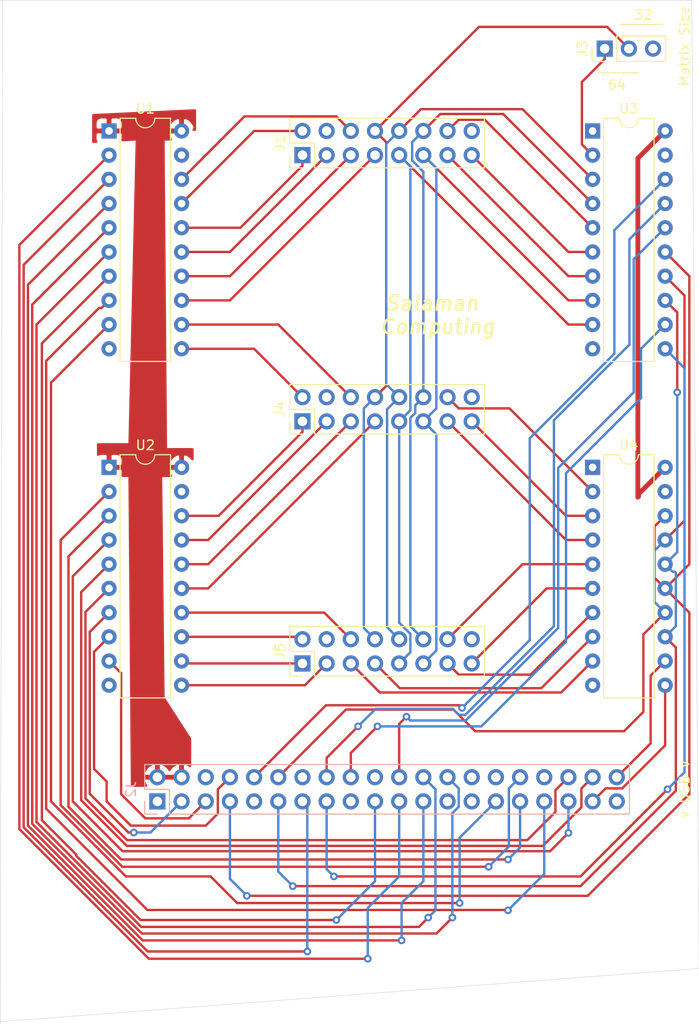
<source format=kicad_pcb>
(kicad_pcb (version 20171130) (host pcbnew "(5.1.2-1)-1")

  (general
    (thickness 1.6)
    (drawings 13)
    (tracks 388)
    (zones 0)
    (modules 9)
    (nets 66)
  )

  (page A4)
  (layers
    (0 F.Cu signal)
    (31 B.Cu signal)
    (32 B.Adhes user)
    (33 F.Adhes user)
    (34 B.Paste user)
    (35 F.Paste user)
    (36 B.SilkS user)
    (37 F.SilkS user)
    (38 B.Mask user)
    (39 F.Mask user)
    (40 Dwgs.User user)
    (41 Cmts.User user)
    (42 Eco1.User user)
    (43 Eco2.User user)
    (44 Edge.Cuts user)
    (45 Margin user)
    (46 B.CrtYd user)
    (47 F.CrtYd user)
    (48 B.Fab user)
    (49 F.Fab user)
  )

  (setup
    (last_trace_width 0.25)
    (user_trace_width 0.508)
    (trace_clearance 0.2)
    (zone_clearance 0.508)
    (zone_45_only no)
    (trace_min 0.2)
    (via_size 0.8)
    (via_drill 0.4)
    (via_min_size 0.4)
    (via_min_drill 0.3)
    (uvia_size 0.3)
    (uvia_drill 0.1)
    (uvias_allowed no)
    (uvia_min_size 0.2)
    (uvia_min_drill 0.1)
    (edge_width 0.05)
    (segment_width 0.2)
    (pcb_text_width 0.3)
    (pcb_text_size 1.5 1.5)
    (mod_edge_width 0.12)
    (mod_text_size 1 1)
    (mod_text_width 0.15)
    (pad_size 1.524 1.524)
    (pad_drill 0.762)
    (pad_to_mask_clearance 0.051)
    (solder_mask_min_width 0.25)
    (aux_axis_origin 0 0)
    (visible_elements FFFFFF7F)
    (pcbplotparams
      (layerselection 0x010fc_ffffffff)
      (usegerberextensions false)
      (usegerberattributes false)
      (usegerberadvancedattributes false)
      (creategerberjobfile false)
      (excludeedgelayer true)
      (linewidth 0.100000)
      (plotframeref false)
      (viasonmask false)
      (mode 1)
      (useauxorigin false)
      (hpglpennumber 1)
      (hpglpenspeed 20)
      (hpglpendiameter 15.000000)
      (psnegative false)
      (psa4output false)
      (plotreference true)
      (plotvalue true)
      (plotinvisibletext false)
      (padsonsilk false)
      (subtractmaskfromsilk false)
      (outputformat 1)
      (mirror false)
      (drillshape 1)
      (scaleselection 1)
      (outputdirectory ""))
  )

  (net 0 "")
  (net 1 GND)
  (net 2 /OE_M1)
  (net 3 /STB_M1)
  (net 4 /CLK_M1)
  (net 5 /D)
  (net 6 /C)
  (net 7 /B)
  (net 8 /A)
  (net 9 /E)
  (net 10 /B2_M1)
  (net 11 /G2_M1)
  (net 12 /R2_M1)
  (net 13 /B1_M1)
  (net 14 /G1_M1)
  (net 15 /R1_M1)
  (net 16 /B2_M3_Pi)
  (net 17 /B2_M2_Pi)
  (net 18 /R2_M3_Pi)
  (net 19 /G2_M3_Pi)
  (net 20 /R2_M2_Pi)
  (net 21 /G2_M2_Pi)
  (net 22 /R1_M2_Pi)
  (net 23 /B1_M2_Pi)
  (net 24 /G1_M2_Pi)
  (net 25 "Net-(J2-Pad28)")
  (net 26 "Net-(J2-Pad27)")
  (net 27 /B1_M1_Pi)
  (net 28 /R2_M1_Pi)
  (net 29 /R1_M1_Pi)
  (net 30 /D_Pi)
  (net 31 /G2_M1_Pi)
  (net 32 /B2_M1_Pi)
  (net 33 /C_Pi)
  (net 34 "Net-(J2-Pad17)")
  (net 35 /B_Pi)
  (net 36 /A_Pi)
  (net 37 /G1_M1_Pi)
  (net 38 /OE_Pi)
  (net 39 /CLK_Pi)
  (net 40 /E_Pi)
  (net 41 /R1_M3_Pi)
  (net 42 /STB_Pi)
  (net 43 /B1_M3_Pi)
  (net 44 /G1_M3_Pi)
  (net 45 +5V)
  (net 46 "Net-(J2-Pad1)")
  (net 47 /OE_M2)
  (net 48 /STB_M2)
  (net 49 /CLK_M2)
  (net 50 /B2_M2)
  (net 51 /G2_M2)
  (net 52 /R2_M2)
  (net 53 /B1_M2)
  (net 54 /G1_M2)
  (net 55 /R1_M2)
  (net 56 /OE_M3)
  (net 57 /STB_M3)
  (net 58 /CLK_M3)
  (net 59 /B2_M3)
  (net 60 /G2_M3)
  (net 61 /R2_M3)
  (net 62 /B1_M3)
  (net 63 /G1_M3)
  (net 64 /R1_M3)
  (net 65 /E_Buff)

  (net_class Default "This is the default net class."
    (clearance 0.2)
    (trace_width 0.25)
    (via_dia 0.8)
    (via_drill 0.4)
    (uvia_dia 0.3)
    (uvia_drill 0.1)
    (add_net +5V)
    (add_net /A)
    (add_net /A_Pi)
    (add_net /B)
    (add_net /B1_M1)
    (add_net /B1_M1_Pi)
    (add_net /B1_M2)
    (add_net /B1_M2_Pi)
    (add_net /B1_M3)
    (add_net /B1_M3_Pi)
    (add_net /B2_M1)
    (add_net /B2_M1_Pi)
    (add_net /B2_M2)
    (add_net /B2_M2_Pi)
    (add_net /B2_M3)
    (add_net /B2_M3_Pi)
    (add_net /B_Pi)
    (add_net /C)
    (add_net /CLK_M1)
    (add_net /CLK_M2)
    (add_net /CLK_M3)
    (add_net /CLK_Pi)
    (add_net /C_Pi)
    (add_net /D)
    (add_net /D_Pi)
    (add_net /E)
    (add_net /E_Buff)
    (add_net /E_Pi)
    (add_net /G1_M1)
    (add_net /G1_M1_Pi)
    (add_net /G1_M2)
    (add_net /G1_M2_Pi)
    (add_net /G1_M3)
    (add_net /G1_M3_Pi)
    (add_net /G2_M1)
    (add_net /G2_M1_Pi)
    (add_net /G2_M2)
    (add_net /G2_M2_Pi)
    (add_net /G2_M3)
    (add_net /G2_M3_Pi)
    (add_net /OE_M1)
    (add_net /OE_M2)
    (add_net /OE_M3)
    (add_net /OE_Pi)
    (add_net /R1_M1)
    (add_net /R1_M1_Pi)
    (add_net /R1_M2)
    (add_net /R1_M2_Pi)
    (add_net /R1_M3)
    (add_net /R1_M3_Pi)
    (add_net /R2_M1)
    (add_net /R2_M1_Pi)
    (add_net /R2_M2)
    (add_net /R2_M2_Pi)
    (add_net /R2_M3)
    (add_net /R2_M3_Pi)
    (add_net /STB_M1)
    (add_net /STB_M2)
    (add_net /STB_M3)
    (add_net /STB_Pi)
    (add_net GND)
    (add_net "Net-(J2-Pad1)")
    (add_net "Net-(J2-Pad17)")
    (add_net "Net-(J2-Pad27)")
    (add_net "Net-(J2-Pad28)")
  )

  (module Package_DIP:DIP-20_W7.62mm (layer F.Cu) (tedit 5A02E8C5) (tstamp 5D3345B1)
    (at 182.88 68.58)
    (descr "20-lead though-hole mounted DIP package, row spacing 7.62 mm (300 mils)")
    (tags "THT DIP DIL PDIP 2.54mm 7.62mm 300mil")
    (path /5D3529BC)
    (fp_text reference U4 (at 3.81 -2.33) (layer F.SilkS)
      (effects (font (size 1 1) (thickness 0.15)))
    )
    (fp_text value 74HC245 (at 3.81 25.19) (layer F.Fab)
      (effects (font (size 1 1) (thickness 0.15)))
    )
    (fp_text user %R (at 3.81 11.43) (layer F.Fab)
      (effects (font (size 1 1) (thickness 0.15)))
    )
    (fp_line (start 8.7 -1.55) (end -1.1 -1.55) (layer F.CrtYd) (width 0.05))
    (fp_line (start 8.7 24.4) (end 8.7 -1.55) (layer F.CrtYd) (width 0.05))
    (fp_line (start -1.1 24.4) (end 8.7 24.4) (layer F.CrtYd) (width 0.05))
    (fp_line (start -1.1 -1.55) (end -1.1 24.4) (layer F.CrtYd) (width 0.05))
    (fp_line (start 6.46 -1.33) (end 4.81 -1.33) (layer F.SilkS) (width 0.12))
    (fp_line (start 6.46 24.19) (end 6.46 -1.33) (layer F.SilkS) (width 0.12))
    (fp_line (start 1.16 24.19) (end 6.46 24.19) (layer F.SilkS) (width 0.12))
    (fp_line (start 1.16 -1.33) (end 1.16 24.19) (layer F.SilkS) (width 0.12))
    (fp_line (start 2.81 -1.33) (end 1.16 -1.33) (layer F.SilkS) (width 0.12))
    (fp_line (start 0.635 -0.27) (end 1.635 -1.27) (layer F.Fab) (width 0.1))
    (fp_line (start 0.635 24.13) (end 0.635 -0.27) (layer F.Fab) (width 0.1))
    (fp_line (start 6.985 24.13) (end 0.635 24.13) (layer F.Fab) (width 0.1))
    (fp_line (start 6.985 -1.27) (end 6.985 24.13) (layer F.Fab) (width 0.1))
    (fp_line (start 1.635 -1.27) (end 6.985 -1.27) (layer F.Fab) (width 0.1))
    (fp_arc (start 3.81 -1.33) (end 2.81 -1.33) (angle -180) (layer F.SilkS) (width 0.12))
    (pad 20 thru_hole oval (at 7.62 0) (size 1.6 1.6) (drill 0.8) (layers *.Cu *.Mask)
      (net 45 +5V))
    (pad 10 thru_hole oval (at 0 22.86) (size 1.6 1.6) (drill 0.8) (layers *.Cu *.Mask)
      (net 1 GND))
    (pad 19 thru_hole oval (at 7.62 2.54) (size 1.6 1.6) (drill 0.8) (layers *.Cu *.Mask)
      (net 1 GND))
    (pad 9 thru_hole oval (at 0 20.32) (size 1.6 1.6) (drill 0.8) (layers *.Cu *.Mask)
      (net 61 /R2_M3))
    (pad 18 thru_hole oval (at 7.62 5.08) (size 1.6 1.6) (drill 0.8) (layers *.Cu *.Mask)
      (net 42 /STB_Pi))
    (pad 8 thru_hole oval (at 0 17.78) (size 1.6 1.6) (drill 0.8) (layers *.Cu *.Mask)
      (net 59 /B2_M3))
    (pad 17 thru_hole oval (at 7.62 7.62) (size 1.6 1.6) (drill 0.8) (layers *.Cu *.Mask)
      (net 38 /OE_Pi))
    (pad 7 thru_hole oval (at 0 15.24) (size 1.6 1.6) (drill 0.8) (layers *.Cu *.Mask)
      (net 58 /CLK_M3))
    (pad 16 thru_hole oval (at 7.62 10.16) (size 1.6 1.6) (drill 0.8) (layers *.Cu *.Mask)
      (net 39 /CLK_Pi))
    (pad 6 thru_hole oval (at 0 12.7) (size 1.6 1.6) (drill 0.8) (layers *.Cu *.Mask)
      (net 56 /OE_M3))
    (pad 15 thru_hole oval (at 7.62 12.7) (size 1.6 1.6) (drill 0.8) (layers *.Cu *.Mask)
      (net 42 /STB_Pi))
    (pad 5 thru_hole oval (at 0 10.16) (size 1.6 1.6) (drill 0.8) (layers *.Cu *.Mask)
      (net 57 /STB_M3))
    (pad 14 thru_hole oval (at 7.62 15.24) (size 1.6 1.6) (drill 0.8) (layers *.Cu *.Mask)
      (net 38 /OE_Pi))
    (pad 4 thru_hole oval (at 0 7.62) (size 1.6 1.6) (drill 0.8) (layers *.Cu *.Mask)
      (net 49 /CLK_M2))
    (pad 13 thru_hole oval (at 7.62 17.78) (size 1.6 1.6) (drill 0.8) (layers *.Cu *.Mask)
      (net 39 /CLK_Pi))
    (pad 3 thru_hole oval (at 0 5.08) (size 1.6 1.6) (drill 0.8) (layers *.Cu *.Mask)
      (net 47 /OE_M2))
    (pad 12 thru_hole oval (at 7.62 20.32) (size 1.6 1.6) (drill 0.8) (layers *.Cu *.Mask)
      (net 16 /B2_M3_Pi))
    (pad 2 thru_hole oval (at 0 2.54) (size 1.6 1.6) (drill 0.8) (layers *.Cu *.Mask)
      (net 48 /STB_M2))
    (pad 11 thru_hole oval (at 7.62 22.86) (size 1.6 1.6) (drill 0.8) (layers *.Cu *.Mask)
      (net 18 /R2_M3_Pi))
    (pad 1 thru_hole rect (at 0 0) (size 1.6 1.6) (drill 0.8) (layers *.Cu *.Mask)
      (net 1 GND))
    (model ${KISYS3DMOD}/Package_DIP.3dshapes/DIP-20_W7.62mm.wrl
      (at (xyz 0 0 0))
      (scale (xyz 1 1 1))
      (rotate (xyz 0 0 0))
    )
  )

  (module Package_DIP:DIP-20_W7.62mm (layer F.Cu) (tedit 5A02E8C5) (tstamp 5D324717)
    (at 182.88 33.274)
    (descr "20-lead though-hole mounted DIP package, row spacing 7.62 mm (300 mils)")
    (tags "THT DIP DIL PDIP 2.54mm 7.62mm 300mil")
    (path /5D34E999)
    (fp_text reference U3 (at 3.81 -2.33) (layer F.SilkS)
      (effects (font (size 1 1) (thickness 0.15)))
    )
    (fp_text value 74HC245 (at 3.81 25.19) (layer F.Fab)
      (effects (font (size 1 1) (thickness 0.15)))
    )
    (fp_text user %R (at 3.81 11.43) (layer F.Fab)
      (effects (font (size 1 1) (thickness 0.15)))
    )
    (fp_line (start 8.7 -1.55) (end -1.1 -1.55) (layer F.CrtYd) (width 0.05))
    (fp_line (start 8.7 24.4) (end 8.7 -1.55) (layer F.CrtYd) (width 0.05))
    (fp_line (start -1.1 24.4) (end 8.7 24.4) (layer F.CrtYd) (width 0.05))
    (fp_line (start -1.1 -1.55) (end -1.1 24.4) (layer F.CrtYd) (width 0.05))
    (fp_line (start 6.46 -1.33) (end 4.81 -1.33) (layer F.SilkS) (width 0.12))
    (fp_line (start 6.46 24.19) (end 6.46 -1.33) (layer F.SilkS) (width 0.12))
    (fp_line (start 1.16 24.19) (end 6.46 24.19) (layer F.SilkS) (width 0.12))
    (fp_line (start 1.16 -1.33) (end 1.16 24.19) (layer F.SilkS) (width 0.12))
    (fp_line (start 2.81 -1.33) (end 1.16 -1.33) (layer F.SilkS) (width 0.12))
    (fp_line (start 0.635 -0.27) (end 1.635 -1.27) (layer F.Fab) (width 0.1))
    (fp_line (start 0.635 24.13) (end 0.635 -0.27) (layer F.Fab) (width 0.1))
    (fp_line (start 6.985 24.13) (end 0.635 24.13) (layer F.Fab) (width 0.1))
    (fp_line (start 6.985 -1.27) (end 6.985 24.13) (layer F.Fab) (width 0.1))
    (fp_line (start 1.635 -1.27) (end 6.985 -1.27) (layer F.Fab) (width 0.1))
    (fp_arc (start 3.81 -1.33) (end 2.81 -1.33) (angle -180) (layer F.SilkS) (width 0.12))
    (pad 20 thru_hole oval (at 7.62 0) (size 1.6 1.6) (drill 0.8) (layers *.Cu *.Mask)
      (net 45 +5V))
    (pad 10 thru_hole oval (at 0 22.86) (size 1.6 1.6) (drill 0.8) (layers *.Cu *.Mask)
      (net 1 GND))
    (pad 19 thru_hole oval (at 7.62 2.54) (size 1.6 1.6) (drill 0.8) (layers *.Cu *.Mask)
      (net 1 GND))
    (pad 9 thru_hole oval (at 0 20.32) (size 1.6 1.6) (drill 0.8) (layers *.Cu *.Mask)
      (net 8 /A))
    (pad 18 thru_hole oval (at 7.62 5.08) (size 1.6 1.6) (drill 0.8) (layers *.Cu *.Mask)
      (net 40 /E_Pi))
    (pad 8 thru_hole oval (at 0 17.78) (size 1.6 1.6) (drill 0.8) (layers *.Cu *.Mask)
      (net 6 /C))
    (pad 17 thru_hole oval (at 7.62 7.62) (size 1.6 1.6) (drill 0.8) (layers *.Cu *.Mask)
      (net 35 /B_Pi))
    (pad 7 thru_hole oval (at 0 15.24) (size 1.6 1.6) (drill 0.8) (layers *.Cu *.Mask)
      (net 4 /CLK_M1))
    (pad 16 thru_hole oval (at 7.62 10.16) (size 1.6 1.6) (drill 0.8) (layers *.Cu *.Mask)
      (net 30 /D_Pi))
    (pad 6 thru_hole oval (at 0 12.7) (size 1.6 1.6) (drill 0.8) (layers *.Cu *.Mask)
      (net 2 /OE_M1))
    (pad 15 thru_hole oval (at 7.62 12.7) (size 1.6 1.6) (drill 0.8) (layers *.Cu *.Mask)
      (net 42 /STB_Pi))
    (pad 5 thru_hole oval (at 0 10.16) (size 1.6 1.6) (drill 0.8) (layers *.Cu *.Mask)
      (net 3 /STB_M1))
    (pad 14 thru_hole oval (at 7.62 15.24) (size 1.6 1.6) (drill 0.8) (layers *.Cu *.Mask)
      (net 38 /OE_Pi))
    (pad 4 thru_hole oval (at 0 7.62) (size 1.6 1.6) (drill 0.8) (layers *.Cu *.Mask)
      (net 5 /D))
    (pad 13 thru_hole oval (at 7.62 17.78) (size 1.6 1.6) (drill 0.8) (layers *.Cu *.Mask)
      (net 39 /CLK_Pi))
    (pad 3 thru_hole oval (at 0 5.08) (size 1.6 1.6) (drill 0.8) (layers *.Cu *.Mask)
      (net 7 /B))
    (pad 12 thru_hole oval (at 7.62 20.32) (size 1.6 1.6) (drill 0.8) (layers *.Cu *.Mask)
      (net 33 /C_Pi))
    (pad 2 thru_hole oval (at 0 2.54) (size 1.6 1.6) (drill 0.8) (layers *.Cu *.Mask)
      (net 65 /E_Buff))
    (pad 11 thru_hole oval (at 7.62 22.86) (size 1.6 1.6) (drill 0.8) (layers *.Cu *.Mask)
      (net 36 /A_Pi))
    (pad 1 thru_hole rect (at 0 0) (size 1.6 1.6) (drill 0.8) (layers *.Cu *.Mask)
      (net 1 GND))
    (model ${KISYS3DMOD}/Package_DIP.3dshapes/DIP-20_W7.62mm.wrl
      (at (xyz 0 0 0))
      (scale (xyz 1 1 1))
      (rotate (xyz 0 0 0))
    )
  )

  (module Package_DIP:DIP-20_W7.62mm (layer F.Cu) (tedit 5A02E8C5) (tstamp 5D3246EF)
    (at 132.08 68.58)
    (descr "20-lead though-hole mounted DIP package, row spacing 7.62 mm (300 mils)")
    (tags "THT DIP DIL PDIP 2.54mm 7.62mm 300mil")
    (path /5D351A69)
    (fp_text reference U2 (at 3.81 -2.33) (layer F.SilkS)
      (effects (font (size 1 1) (thickness 0.15)))
    )
    (fp_text value 74HC245 (at 3.81 25.19) (layer F.Fab)
      (effects (font (size 1 1) (thickness 0.15)))
    )
    (fp_text user %R (at 3.81 11.43) (layer F.Fab)
      (effects (font (size 1 1) (thickness 0.15)))
    )
    (fp_line (start 8.7 -1.55) (end -1.1 -1.55) (layer F.CrtYd) (width 0.05))
    (fp_line (start 8.7 24.4) (end 8.7 -1.55) (layer F.CrtYd) (width 0.05))
    (fp_line (start -1.1 24.4) (end 8.7 24.4) (layer F.CrtYd) (width 0.05))
    (fp_line (start -1.1 -1.55) (end -1.1 24.4) (layer F.CrtYd) (width 0.05))
    (fp_line (start 6.46 -1.33) (end 4.81 -1.33) (layer F.SilkS) (width 0.12))
    (fp_line (start 6.46 24.19) (end 6.46 -1.33) (layer F.SilkS) (width 0.12))
    (fp_line (start 1.16 24.19) (end 6.46 24.19) (layer F.SilkS) (width 0.12))
    (fp_line (start 1.16 -1.33) (end 1.16 24.19) (layer F.SilkS) (width 0.12))
    (fp_line (start 2.81 -1.33) (end 1.16 -1.33) (layer F.SilkS) (width 0.12))
    (fp_line (start 0.635 -0.27) (end 1.635 -1.27) (layer F.Fab) (width 0.1))
    (fp_line (start 0.635 24.13) (end 0.635 -0.27) (layer F.Fab) (width 0.1))
    (fp_line (start 6.985 24.13) (end 0.635 24.13) (layer F.Fab) (width 0.1))
    (fp_line (start 6.985 -1.27) (end 6.985 24.13) (layer F.Fab) (width 0.1))
    (fp_line (start 1.635 -1.27) (end 6.985 -1.27) (layer F.Fab) (width 0.1))
    (fp_arc (start 3.81 -1.33) (end 2.81 -1.33) (angle -180) (layer F.SilkS) (width 0.12))
    (pad 20 thru_hole oval (at 7.62 0) (size 1.6 1.6) (drill 0.8) (layers *.Cu *.Mask)
      (net 45 +5V))
    (pad 10 thru_hole oval (at 0 22.86) (size 1.6 1.6) (drill 0.8) (layers *.Cu *.Mask)
      (net 1 GND))
    (pad 19 thru_hole oval (at 7.62 2.54) (size 1.6 1.6) (drill 0.8) (layers *.Cu *.Mask)
      (net 1 GND))
    (pad 9 thru_hole oval (at 0 20.32) (size 1.6 1.6) (drill 0.8) (layers *.Cu *.Mask)
      (net 43 /B1_M3_Pi))
    (pad 18 thru_hole oval (at 7.62 5.08) (size 1.6 1.6) (drill 0.8) (layers *.Cu *.Mask)
      (net 55 /R1_M2))
    (pad 8 thru_hole oval (at 0 17.78) (size 1.6 1.6) (drill 0.8) (layers *.Cu *.Mask)
      (net 41 /R1_M3_Pi))
    (pad 17 thru_hole oval (at 7.62 7.62) (size 1.6 1.6) (drill 0.8) (layers *.Cu *.Mask)
      (net 53 /B1_M2))
    (pad 7 thru_hole oval (at 0 15.24) (size 1.6 1.6) (drill 0.8) (layers *.Cu *.Mask)
      (net 44 /G1_M3_Pi))
    (pad 16 thru_hole oval (at 7.62 10.16) (size 1.6 1.6) (drill 0.8) (layers *.Cu *.Mask)
      (net 52 /R2_M2))
    (pad 6 thru_hole oval (at 0 12.7) (size 1.6 1.6) (drill 0.8) (layers *.Cu *.Mask)
      (net 19 /G2_M3_Pi))
    (pad 15 thru_hole oval (at 7.62 12.7) (size 1.6 1.6) (drill 0.8) (layers *.Cu *.Mask)
      (net 50 /B2_M2))
    (pad 5 thru_hole oval (at 0 10.16) (size 1.6 1.6) (drill 0.8) (layers *.Cu *.Mask)
      (net 17 /B2_M2_Pi))
    (pad 14 thru_hole oval (at 7.62 15.24) (size 1.6 1.6) (drill 0.8) (layers *.Cu *.Mask)
      (net 60 /G2_M3))
    (pad 4 thru_hole oval (at 0 7.62) (size 1.6 1.6) (drill 0.8) (layers *.Cu *.Mask)
      (net 20 /R2_M2_Pi))
    (pad 13 thru_hole oval (at 7.62 17.78) (size 1.6 1.6) (drill 0.8) (layers *.Cu *.Mask)
      (net 63 /G1_M3))
    (pad 3 thru_hole oval (at 0 5.08) (size 1.6 1.6) (drill 0.8) (layers *.Cu *.Mask)
      (net 23 /B1_M2_Pi))
    (pad 12 thru_hole oval (at 7.62 20.32) (size 1.6 1.6) (drill 0.8) (layers *.Cu *.Mask)
      (net 64 /R1_M3))
    (pad 2 thru_hole oval (at 0 2.54) (size 1.6 1.6) (drill 0.8) (layers *.Cu *.Mask)
      (net 22 /R1_M2_Pi))
    (pad 11 thru_hole oval (at 7.62 22.86) (size 1.6 1.6) (drill 0.8) (layers *.Cu *.Mask)
      (net 62 /B1_M3))
    (pad 1 thru_hole rect (at 0 0) (size 1.6 1.6) (drill 0.8) (layers *.Cu *.Mask)
      (net 45 +5V))
    (model ${KISYS3DMOD}/Package_DIP.3dshapes/DIP-20_W7.62mm.wrl
      (at (xyz 0 0 0))
      (scale (xyz 1 1 1))
      (rotate (xyz 0 0 0))
    )
  )

  (module Package_DIP:DIP-20_W7.62mm (layer F.Cu) (tedit 5A02E8C5) (tstamp 5D3246C7)
    (at 132.08 33.274)
    (descr "20-lead though-hole mounted DIP package, row spacing 7.62 mm (300 mils)")
    (tags "THT DIP DIL PDIP 2.54mm 7.62mm 300mil")
    (path /5D348C5D)
    (fp_text reference U1 (at 3.81 -2.33) (layer F.SilkS)
      (effects (font (size 1 1) (thickness 0.15)))
    )
    (fp_text value 74HC245 (at 3.81 25.19) (layer F.Fab)
      (effects (font (size 1 1) (thickness 0.15)))
    )
    (fp_text user %R (at 3.81 11.43) (layer F.Fab)
      (effects (font (size 1 1) (thickness 0.15)))
    )
    (fp_line (start 8.7 -1.55) (end -1.1 -1.55) (layer F.CrtYd) (width 0.05))
    (fp_line (start 8.7 24.4) (end 8.7 -1.55) (layer F.CrtYd) (width 0.05))
    (fp_line (start -1.1 24.4) (end 8.7 24.4) (layer F.CrtYd) (width 0.05))
    (fp_line (start -1.1 -1.55) (end -1.1 24.4) (layer F.CrtYd) (width 0.05))
    (fp_line (start 6.46 -1.33) (end 4.81 -1.33) (layer F.SilkS) (width 0.12))
    (fp_line (start 6.46 24.19) (end 6.46 -1.33) (layer F.SilkS) (width 0.12))
    (fp_line (start 1.16 24.19) (end 6.46 24.19) (layer F.SilkS) (width 0.12))
    (fp_line (start 1.16 -1.33) (end 1.16 24.19) (layer F.SilkS) (width 0.12))
    (fp_line (start 2.81 -1.33) (end 1.16 -1.33) (layer F.SilkS) (width 0.12))
    (fp_line (start 0.635 -0.27) (end 1.635 -1.27) (layer F.Fab) (width 0.1))
    (fp_line (start 0.635 24.13) (end 0.635 -0.27) (layer F.Fab) (width 0.1))
    (fp_line (start 6.985 24.13) (end 0.635 24.13) (layer F.Fab) (width 0.1))
    (fp_line (start 6.985 -1.27) (end 6.985 24.13) (layer F.Fab) (width 0.1))
    (fp_line (start 1.635 -1.27) (end 6.985 -1.27) (layer F.Fab) (width 0.1))
    (fp_arc (start 3.81 -1.33) (end 2.81 -1.33) (angle -180) (layer F.SilkS) (width 0.12))
    (pad 20 thru_hole oval (at 7.62 0) (size 1.6 1.6) (drill 0.8) (layers *.Cu *.Mask)
      (net 45 +5V))
    (pad 10 thru_hole oval (at 0 22.86) (size 1.6 1.6) (drill 0.8) (layers *.Cu *.Mask)
      (net 1 GND))
    (pad 19 thru_hole oval (at 7.62 2.54) (size 1.6 1.6) (drill 0.8) (layers *.Cu *.Mask)
      (net 1 GND))
    (pad 9 thru_hole oval (at 0 20.32) (size 1.6 1.6) (drill 0.8) (layers *.Cu *.Mask)
      (net 24 /G1_M2_Pi))
    (pad 18 thru_hole oval (at 7.62 5.08) (size 1.6 1.6) (drill 0.8) (layers *.Cu *.Mask)
      (net 11 /G2_M1))
    (pad 8 thru_hole oval (at 0 17.78) (size 1.6 1.6) (drill 0.8) (layers *.Cu *.Mask)
      (net 21 /G2_M2_Pi))
    (pad 17 thru_hole oval (at 7.62 7.62) (size 1.6 1.6) (drill 0.8) (layers *.Cu *.Mask)
      (net 14 /G1_M1))
    (pad 7 thru_hole oval (at 0 15.24) (size 1.6 1.6) (drill 0.8) (layers *.Cu *.Mask)
      (net 32 /B2_M1_Pi))
    (pad 16 thru_hole oval (at 7.62 10.16) (size 1.6 1.6) (drill 0.8) (layers *.Cu *.Mask)
      (net 15 /R1_M1))
    (pad 6 thru_hole oval (at 0 12.7) (size 1.6 1.6) (drill 0.8) (layers *.Cu *.Mask)
      (net 28 /R2_M1_Pi))
    (pad 15 thru_hole oval (at 7.62 12.7) (size 1.6 1.6) (drill 0.8) (layers *.Cu *.Mask)
      (net 13 /B1_M1))
    (pad 5 thru_hole oval (at 0 10.16) (size 1.6 1.6) (drill 0.8) (layers *.Cu *.Mask)
      (net 27 /B1_M1_Pi))
    (pad 14 thru_hole oval (at 7.62 15.24) (size 1.6 1.6) (drill 0.8) (layers *.Cu *.Mask)
      (net 12 /R2_M1))
    (pad 4 thru_hole oval (at 0 7.62) (size 1.6 1.6) (drill 0.8) (layers *.Cu *.Mask)
      (net 29 /R1_M1_Pi))
    (pad 13 thru_hole oval (at 7.62 17.78) (size 1.6 1.6) (drill 0.8) (layers *.Cu *.Mask)
      (net 10 /B2_M1))
    (pad 3 thru_hole oval (at 0 5.08) (size 1.6 1.6) (drill 0.8) (layers *.Cu *.Mask)
      (net 37 /G1_M1_Pi))
    (pad 12 thru_hole oval (at 7.62 20.32) (size 1.6 1.6) (drill 0.8) (layers *.Cu *.Mask)
      (net 51 /G2_M2))
    (pad 2 thru_hole oval (at 0 2.54) (size 1.6 1.6) (drill 0.8) (layers *.Cu *.Mask)
      (net 31 /G2_M1_Pi))
    (pad 11 thru_hole oval (at 7.62 22.86) (size 1.6 1.6) (drill 0.8) (layers *.Cu *.Mask)
      (net 54 /G1_M2))
    (pad 1 thru_hole rect (at 0 0) (size 1.6 1.6) (drill 0.8) (layers *.Cu *.Mask)
      (net 45 +5V))
    (model ${KISYS3DMOD}/Package_DIP.3dshapes/DIP-20_W7.62mm.wrl
      (at (xyz 0 0 0))
      (scale (xyz 1 1 1))
      (rotate (xyz 0 0 0))
    )
  )

  (module Connector_PinHeader_2.54mm:PinHeader_2x08_P2.54mm_Vertical (layer F.Cu) (tedit 59FED5CC) (tstamp 5D32469F)
    (at 152.4 89.154 90)
    (descr "Through hole straight pin header, 2x08, 2.54mm pitch, double rows")
    (tags "Through hole pin header THT 2x08 2.54mm double row")
    (path /5D347834)
    (fp_text reference J5 (at 1.27 -2.33 90) (layer F.SilkS)
      (effects (font (size 1 1) (thickness 0.15)))
    )
    (fp_text value Conn_02x08_Odd_Even (at 1.27 20.11 90) (layer F.Fab)
      (effects (font (size 1 1) (thickness 0.15)))
    )
    (fp_text user %R (at 1.27 8.89) (layer F.Fab)
      (effects (font (size 1 1) (thickness 0.15)))
    )
    (fp_line (start 4.35 -1.8) (end -1.8 -1.8) (layer F.CrtYd) (width 0.05))
    (fp_line (start 4.35 19.55) (end 4.35 -1.8) (layer F.CrtYd) (width 0.05))
    (fp_line (start -1.8 19.55) (end 4.35 19.55) (layer F.CrtYd) (width 0.05))
    (fp_line (start -1.8 -1.8) (end -1.8 19.55) (layer F.CrtYd) (width 0.05))
    (fp_line (start -1.33 -1.33) (end 0 -1.33) (layer F.SilkS) (width 0.12))
    (fp_line (start -1.33 0) (end -1.33 -1.33) (layer F.SilkS) (width 0.12))
    (fp_line (start 1.27 -1.33) (end 3.87 -1.33) (layer F.SilkS) (width 0.12))
    (fp_line (start 1.27 1.27) (end 1.27 -1.33) (layer F.SilkS) (width 0.12))
    (fp_line (start -1.33 1.27) (end 1.27 1.27) (layer F.SilkS) (width 0.12))
    (fp_line (start 3.87 -1.33) (end 3.87 19.11) (layer F.SilkS) (width 0.12))
    (fp_line (start -1.33 1.27) (end -1.33 19.11) (layer F.SilkS) (width 0.12))
    (fp_line (start -1.33 19.11) (end 3.87 19.11) (layer F.SilkS) (width 0.12))
    (fp_line (start -1.27 0) (end 0 -1.27) (layer F.Fab) (width 0.1))
    (fp_line (start -1.27 19.05) (end -1.27 0) (layer F.Fab) (width 0.1))
    (fp_line (start 3.81 19.05) (end -1.27 19.05) (layer F.Fab) (width 0.1))
    (fp_line (start 3.81 -1.27) (end 3.81 19.05) (layer F.Fab) (width 0.1))
    (fp_line (start 0 -1.27) (end 3.81 -1.27) (layer F.Fab) (width 0.1))
    (pad 16 thru_hole oval (at 2.54 17.78 90) (size 1.7 1.7) (drill 1) (layers *.Cu *.Mask)
      (net 1 GND))
    (pad 15 thru_hole oval (at 0 17.78 90) (size 1.7 1.7) (drill 1) (layers *.Cu *.Mask)
      (net 56 /OE_M3))
    (pad 14 thru_hole oval (at 2.54 15.24 90) (size 1.7 1.7) (drill 1) (layers *.Cu *.Mask)
      (net 57 /STB_M3))
    (pad 13 thru_hole oval (at 0 15.24 90) (size 1.7 1.7) (drill 1) (layers *.Cu *.Mask)
      (net 58 /CLK_M3))
    (pad 12 thru_hole oval (at 2.54 12.7 90) (size 1.7 1.7) (drill 1) (layers *.Cu *.Mask)
      (net 5 /D))
    (pad 11 thru_hole oval (at 0 12.7 90) (size 1.7 1.7) (drill 1) (layers *.Cu *.Mask)
      (net 6 /C))
    (pad 10 thru_hole oval (at 2.54 10.16 90) (size 1.7 1.7) (drill 1) (layers *.Cu *.Mask)
      (net 7 /B))
    (pad 9 thru_hole oval (at 0 10.16 90) (size 1.7 1.7) (drill 1) (layers *.Cu *.Mask)
      (net 8 /A))
    (pad 8 thru_hole oval (at 2.54 7.62 90) (size 1.7 1.7) (drill 1) (layers *.Cu *.Mask)
      (net 9 /E))
    (pad 7 thru_hole oval (at 0 7.62 90) (size 1.7 1.7) (drill 1) (layers *.Cu *.Mask)
      (net 59 /B2_M3))
    (pad 6 thru_hole oval (at 2.54 5.08 90) (size 1.7 1.7) (drill 1) (layers *.Cu *.Mask)
      (net 60 /G2_M3))
    (pad 5 thru_hole oval (at 0 5.08 90) (size 1.7 1.7) (drill 1) (layers *.Cu *.Mask)
      (net 61 /R2_M3))
    (pad 4 thru_hole oval (at 2.54 2.54 90) (size 1.7 1.7) (drill 1) (layers *.Cu *.Mask)
      (net 1 GND))
    (pad 3 thru_hole oval (at 0 2.54 90) (size 1.7 1.7) (drill 1) (layers *.Cu *.Mask)
      (net 62 /B1_M3))
    (pad 2 thru_hole oval (at 2.54 0 90) (size 1.7 1.7) (drill 1) (layers *.Cu *.Mask)
      (net 63 /G1_M3))
    (pad 1 thru_hole rect (at 0 0 90) (size 1.7 1.7) (drill 1) (layers *.Cu *.Mask)
      (net 64 /R1_M3))
    (model ${KISYS3DMOD}/Connector_PinHeader_2.54mm.3dshapes/PinHeader_2x08_P2.54mm_Vertical.wrl
      (at (xyz 0 0 0))
      (scale (xyz 1 1 1))
      (rotate (xyz 0 0 0))
    )
  )

  (module Connector_PinHeader_2.54mm:PinHeader_2x08_P2.54mm_Vertical (layer F.Cu) (tedit 59FED5CC) (tstamp 5D324679)
    (at 152.4 63.754 90)
    (descr "Through hole straight pin header, 2x08, 2.54mm pitch, double rows")
    (tags "Through hole pin header THT 2x08 2.54mm double row")
    (path /5D345BD4)
    (fp_text reference J4 (at 1.27 -2.33 90) (layer F.SilkS)
      (effects (font (size 1 1) (thickness 0.15)))
    )
    (fp_text value Conn_02x08_Odd_Even (at 1.27 20.11 90) (layer F.Fab)
      (effects (font (size 1 1) (thickness 0.15)))
    )
    (fp_text user %R (at 1.27 8.89) (layer F.Fab)
      (effects (font (size 1 1) (thickness 0.15)))
    )
    (fp_line (start 4.35 -1.8) (end -1.8 -1.8) (layer F.CrtYd) (width 0.05))
    (fp_line (start 4.35 19.55) (end 4.35 -1.8) (layer F.CrtYd) (width 0.05))
    (fp_line (start -1.8 19.55) (end 4.35 19.55) (layer F.CrtYd) (width 0.05))
    (fp_line (start -1.8 -1.8) (end -1.8 19.55) (layer F.CrtYd) (width 0.05))
    (fp_line (start -1.33 -1.33) (end 0 -1.33) (layer F.SilkS) (width 0.12))
    (fp_line (start -1.33 0) (end -1.33 -1.33) (layer F.SilkS) (width 0.12))
    (fp_line (start 1.27 -1.33) (end 3.87 -1.33) (layer F.SilkS) (width 0.12))
    (fp_line (start 1.27 1.27) (end 1.27 -1.33) (layer F.SilkS) (width 0.12))
    (fp_line (start -1.33 1.27) (end 1.27 1.27) (layer F.SilkS) (width 0.12))
    (fp_line (start 3.87 -1.33) (end 3.87 19.11) (layer F.SilkS) (width 0.12))
    (fp_line (start -1.33 1.27) (end -1.33 19.11) (layer F.SilkS) (width 0.12))
    (fp_line (start -1.33 19.11) (end 3.87 19.11) (layer F.SilkS) (width 0.12))
    (fp_line (start -1.27 0) (end 0 -1.27) (layer F.Fab) (width 0.1))
    (fp_line (start -1.27 19.05) (end -1.27 0) (layer F.Fab) (width 0.1))
    (fp_line (start 3.81 19.05) (end -1.27 19.05) (layer F.Fab) (width 0.1))
    (fp_line (start 3.81 -1.27) (end 3.81 19.05) (layer F.Fab) (width 0.1))
    (fp_line (start 0 -1.27) (end 3.81 -1.27) (layer F.Fab) (width 0.1))
    (pad 16 thru_hole oval (at 2.54 17.78 90) (size 1.7 1.7) (drill 1) (layers *.Cu *.Mask)
      (net 1 GND))
    (pad 15 thru_hole oval (at 0 17.78 90) (size 1.7 1.7) (drill 1) (layers *.Cu *.Mask)
      (net 47 /OE_M2))
    (pad 14 thru_hole oval (at 2.54 15.24 90) (size 1.7 1.7) (drill 1) (layers *.Cu *.Mask)
      (net 48 /STB_M2))
    (pad 13 thru_hole oval (at 0 15.24 90) (size 1.7 1.7) (drill 1) (layers *.Cu *.Mask)
      (net 49 /CLK_M2))
    (pad 12 thru_hole oval (at 2.54 12.7 90) (size 1.7 1.7) (drill 1) (layers *.Cu *.Mask)
      (net 5 /D))
    (pad 11 thru_hole oval (at 0 12.7 90) (size 1.7 1.7) (drill 1) (layers *.Cu *.Mask)
      (net 6 /C))
    (pad 10 thru_hole oval (at 2.54 10.16 90) (size 1.7 1.7) (drill 1) (layers *.Cu *.Mask)
      (net 7 /B))
    (pad 9 thru_hole oval (at 0 10.16 90) (size 1.7 1.7) (drill 1) (layers *.Cu *.Mask)
      (net 8 /A))
    (pad 8 thru_hole oval (at 2.54 7.62 90) (size 1.7 1.7) (drill 1) (layers *.Cu *.Mask)
      (net 9 /E))
    (pad 7 thru_hole oval (at 0 7.62 90) (size 1.7 1.7) (drill 1) (layers *.Cu *.Mask)
      (net 50 /B2_M2))
    (pad 6 thru_hole oval (at 2.54 5.08 90) (size 1.7 1.7) (drill 1) (layers *.Cu *.Mask)
      (net 51 /G2_M2))
    (pad 5 thru_hole oval (at 0 5.08 90) (size 1.7 1.7) (drill 1) (layers *.Cu *.Mask)
      (net 52 /R2_M2))
    (pad 4 thru_hole oval (at 2.54 2.54 90) (size 1.7 1.7) (drill 1) (layers *.Cu *.Mask)
      (net 1 GND))
    (pad 3 thru_hole oval (at 0 2.54 90) (size 1.7 1.7) (drill 1) (layers *.Cu *.Mask)
      (net 53 /B1_M2))
    (pad 2 thru_hole oval (at 2.54 0 90) (size 1.7 1.7) (drill 1) (layers *.Cu *.Mask)
      (net 54 /G1_M2))
    (pad 1 thru_hole rect (at 0 0 90) (size 1.7 1.7) (drill 1) (layers *.Cu *.Mask)
      (net 55 /R1_M2))
    (model ${KISYS3DMOD}/Connector_PinHeader_2.54mm.3dshapes/PinHeader_2x08_P2.54mm_Vertical.wrl
      (at (xyz 0 0 0))
      (scale (xyz 1 1 1))
      (rotate (xyz 0 0 0))
    )
  )

  (module Connector_PinHeader_2.54mm:PinHeader_1x03_P2.54mm_Vertical (layer F.Cu) (tedit 59FED5CC) (tstamp 5D324653)
    (at 184.15 24.638 90)
    (descr "Through hole straight pin header, 1x03, 2.54mm pitch, single row")
    (tags "Through hole pin header THT 1x03 2.54mm single row")
    (path /5D3AE354)
    (fp_text reference J3 (at 0 -2.33 90) (layer F.SilkS)
      (effects (font (size 1 1) (thickness 0.15)))
    )
    (fp_text value Conn_01x03 (at 0 7.41 90) (layer F.Fab)
      (effects (font (size 1 1) (thickness 0.15)))
    )
    (fp_text user %R (at 0 2.54) (layer F.Fab)
      (effects (font (size 1 1) (thickness 0.15)))
    )
    (fp_line (start 1.8 -1.8) (end -1.8 -1.8) (layer F.CrtYd) (width 0.05))
    (fp_line (start 1.8 6.85) (end 1.8 -1.8) (layer F.CrtYd) (width 0.05))
    (fp_line (start -1.8 6.85) (end 1.8 6.85) (layer F.CrtYd) (width 0.05))
    (fp_line (start -1.8 -1.8) (end -1.8 6.85) (layer F.CrtYd) (width 0.05))
    (fp_line (start -1.33 -1.33) (end 0 -1.33) (layer F.SilkS) (width 0.12))
    (fp_line (start -1.33 0) (end -1.33 -1.33) (layer F.SilkS) (width 0.12))
    (fp_line (start -1.33 1.27) (end 1.33 1.27) (layer F.SilkS) (width 0.12))
    (fp_line (start 1.33 1.27) (end 1.33 6.41) (layer F.SilkS) (width 0.12))
    (fp_line (start -1.33 1.27) (end -1.33 6.41) (layer F.SilkS) (width 0.12))
    (fp_line (start -1.33 6.41) (end 1.33 6.41) (layer F.SilkS) (width 0.12))
    (fp_line (start -1.27 -0.635) (end -0.635 -1.27) (layer F.Fab) (width 0.1))
    (fp_line (start -1.27 6.35) (end -1.27 -0.635) (layer F.Fab) (width 0.1))
    (fp_line (start 1.27 6.35) (end -1.27 6.35) (layer F.Fab) (width 0.1))
    (fp_line (start 1.27 -1.27) (end 1.27 6.35) (layer F.Fab) (width 0.1))
    (fp_line (start -0.635 -1.27) (end 1.27 -1.27) (layer F.Fab) (width 0.1))
    (pad 3 thru_hole oval (at 0 5.08 90) (size 1.7 1.7) (drill 1) (layers *.Cu *.Mask)
      (net 1 GND))
    (pad 2 thru_hole oval (at 0 2.54 90) (size 1.7 1.7) (drill 1) (layers *.Cu *.Mask)
      (net 9 /E))
    (pad 1 thru_hole rect (at 0 0 90) (size 1.7 1.7) (drill 1) (layers *.Cu *.Mask)
      (net 65 /E_Buff))
    (model ${KISYS3DMOD}/Connector_PinHeader_2.54mm.3dshapes/PinHeader_1x03_P2.54mm_Vertical.wrl
      (at (xyz 0 0 0))
      (scale (xyz 1 1 1))
      (rotate (xyz 0 0 0))
    )
  )

  (module Connector_PinSocket_2.54mm:PinSocket_2x20_P2.54mm_Vertical (layer B.Cu) (tedit 5A19A433) (tstamp 5D32463C)
    (at 137.16 103.632 270)
    (descr "Through hole straight socket strip, 2x20, 2.54mm pitch, double cols (from Kicad 4.0.7), script generated")
    (tags "Through hole socket strip THT 2x20 2.54mm double row")
    (path /5D3108A0)
    (fp_text reference J2 (at -1.27 2.77 270) (layer B.SilkS)
      (effects (font (size 1 1) (thickness 0.15)) (justify mirror))
    )
    (fp_text value Raspberry_Pi_2_3 (at -1.27 -51.03 270) (layer B.Fab)
      (effects (font (size 1 1) (thickness 0.15)) (justify mirror))
    )
    (fp_text user %R (at -1.27 -24.13) (layer B.Fab)
      (effects (font (size 1 1) (thickness 0.15)) (justify mirror))
    )
    (fp_line (start -4.34 -50) (end -4.34 1.8) (layer B.CrtYd) (width 0.05))
    (fp_line (start 1.76 -50) (end -4.34 -50) (layer B.CrtYd) (width 0.05))
    (fp_line (start 1.76 1.8) (end 1.76 -50) (layer B.CrtYd) (width 0.05))
    (fp_line (start -4.34 1.8) (end 1.76 1.8) (layer B.CrtYd) (width 0.05))
    (fp_line (start 0 1.33) (end 1.33 1.33) (layer B.SilkS) (width 0.12))
    (fp_line (start 1.33 1.33) (end 1.33 0) (layer B.SilkS) (width 0.12))
    (fp_line (start -1.27 1.33) (end -1.27 -1.27) (layer B.SilkS) (width 0.12))
    (fp_line (start -1.27 -1.27) (end 1.33 -1.27) (layer B.SilkS) (width 0.12))
    (fp_line (start 1.33 -1.27) (end 1.33 -49.59) (layer B.SilkS) (width 0.12))
    (fp_line (start -3.87 -49.59) (end 1.33 -49.59) (layer B.SilkS) (width 0.12))
    (fp_line (start -3.87 1.33) (end -3.87 -49.59) (layer B.SilkS) (width 0.12))
    (fp_line (start -3.87 1.33) (end -1.27 1.33) (layer B.SilkS) (width 0.12))
    (fp_line (start -3.81 -49.53) (end -3.81 1.27) (layer B.Fab) (width 0.1))
    (fp_line (start 1.27 -49.53) (end -3.81 -49.53) (layer B.Fab) (width 0.1))
    (fp_line (start 1.27 0.27) (end 1.27 -49.53) (layer B.Fab) (width 0.1))
    (fp_line (start 0.27 1.27) (end 1.27 0.27) (layer B.Fab) (width 0.1))
    (fp_line (start -3.81 1.27) (end 0.27 1.27) (layer B.Fab) (width 0.1))
    (pad 40 thru_hole oval (at -2.54 -48.26 270) (size 1.7 1.7) (drill 1) (layers *.Cu *.Mask)
      (net 16 /B2_M3_Pi))
    (pad 39 thru_hole oval (at 0 -48.26 270) (size 1.7 1.7) (drill 1) (layers *.Cu *.Mask)
      (net 1 GND))
    (pad 38 thru_hole oval (at -2.54 -45.72 270) (size 1.7 1.7) (drill 1) (layers *.Cu *.Mask)
      (net 17 /B2_M2_Pi))
    (pad 37 thru_hole oval (at 0 -45.72 270) (size 1.7 1.7) (drill 1) (layers *.Cu *.Mask)
      (net 18 /R2_M3_Pi))
    (pad 36 thru_hole oval (at -2.54 -43.18 270) (size 1.7 1.7) (drill 1) (layers *.Cu *.Mask)
      (net 19 /G2_M3_Pi))
    (pad 35 thru_hole oval (at 0 -43.18 270) (size 1.7 1.7) (drill 1) (layers *.Cu *.Mask)
      (net 20 /R2_M2_Pi))
    (pad 34 thru_hole oval (at -2.54 -40.64 270) (size 1.7 1.7) (drill 1) (layers *.Cu *.Mask)
      (net 1 GND))
    (pad 33 thru_hole oval (at 0 -40.64 270) (size 1.7 1.7) (drill 1) (layers *.Cu *.Mask)
      (net 21 /G2_M2_Pi))
    (pad 32 thru_hole oval (at -2.54 -38.1 270) (size 1.7 1.7) (drill 1) (layers *.Cu *.Mask)
      (net 22 /R1_M2_Pi))
    (pad 31 thru_hole oval (at 0 -38.1 270) (size 1.7 1.7) (drill 1) (layers *.Cu *.Mask)
      (net 23 /B1_M2_Pi))
    (pad 30 thru_hole oval (at -2.54 -35.56 270) (size 1.7 1.7) (drill 1) (layers *.Cu *.Mask)
      (net 1 GND))
    (pad 29 thru_hole oval (at 0 -35.56 270) (size 1.7 1.7) (drill 1) (layers *.Cu *.Mask)
      (net 24 /G1_M2_Pi))
    (pad 28 thru_hole oval (at -2.54 -33.02 270) (size 1.7 1.7) (drill 1) (layers *.Cu *.Mask)
      (net 25 "Net-(J2-Pad28)"))
    (pad 27 thru_hole oval (at 0 -33.02 270) (size 1.7 1.7) (drill 1) (layers *.Cu *.Mask)
      (net 26 "Net-(J2-Pad27)"))
    (pad 26 thru_hole oval (at -2.54 -30.48 270) (size 1.7 1.7) (drill 1) (layers *.Cu *.Mask)
      (net 27 /B1_M1_Pi))
    (pad 25 thru_hole oval (at 0 -30.48 270) (size 1.7 1.7) (drill 1) (layers *.Cu *.Mask)
      (net 1 GND))
    (pad 24 thru_hole oval (at -2.54 -27.94 270) (size 1.7 1.7) (drill 1) (layers *.Cu *.Mask)
      (net 28 /R2_M1_Pi))
    (pad 23 thru_hole oval (at 0 -27.94 270) (size 1.7 1.7) (drill 1) (layers *.Cu *.Mask)
      (net 29 /R1_M1_Pi))
    (pad 22 thru_hole oval (at -2.54 -25.4 270) (size 1.7 1.7) (drill 1) (layers *.Cu *.Mask)
      (net 30 /D_Pi))
    (pad 21 thru_hole oval (at 0 -25.4 270) (size 1.7 1.7) (drill 1) (layers *.Cu *.Mask)
      (net 31 /G2_M1_Pi))
    (pad 20 thru_hole oval (at -2.54 -22.86 270) (size 1.7 1.7) (drill 1) (layers *.Cu *.Mask)
      (net 1 GND))
    (pad 19 thru_hole oval (at 0 -22.86 270) (size 1.7 1.7) (drill 1) (layers *.Cu *.Mask)
      (net 32 /B2_M1_Pi))
    (pad 18 thru_hole oval (at -2.54 -20.32 270) (size 1.7 1.7) (drill 1) (layers *.Cu *.Mask)
      (net 33 /C_Pi))
    (pad 17 thru_hole oval (at 0 -20.32 270) (size 1.7 1.7) (drill 1) (layers *.Cu *.Mask)
      (net 34 "Net-(J2-Pad17)"))
    (pad 16 thru_hole oval (at -2.54 -17.78 270) (size 1.7 1.7) (drill 1) (layers *.Cu *.Mask)
      (net 35 /B_Pi))
    (pad 15 thru_hole oval (at 0 -17.78 270) (size 1.7 1.7) (drill 1) (layers *.Cu *.Mask)
      (net 36 /A_Pi))
    (pad 14 thru_hole oval (at -2.54 -15.24 270) (size 1.7 1.7) (drill 1) (layers *.Cu *.Mask)
      (net 1 GND))
    (pad 13 thru_hole oval (at 0 -15.24 270) (size 1.7 1.7) (drill 1) (layers *.Cu *.Mask)
      (net 37 /G1_M1_Pi))
    (pad 12 thru_hole oval (at -2.54 -12.7 270) (size 1.7 1.7) (drill 1) (layers *.Cu *.Mask)
      (net 38 /OE_Pi))
    (pad 11 thru_hole oval (at 0 -12.7 270) (size 1.7 1.7) (drill 1) (layers *.Cu *.Mask)
      (net 39 /CLK_Pi))
    (pad 10 thru_hole oval (at -2.54 -10.16 270) (size 1.7 1.7) (drill 1) (layers *.Cu *.Mask)
      (net 40 /E_Pi))
    (pad 9 thru_hole oval (at 0 -10.16 270) (size 1.7 1.7) (drill 1) (layers *.Cu *.Mask)
      (net 1 GND))
    (pad 8 thru_hole oval (at -2.54 -7.62 270) (size 1.7 1.7) (drill 1) (layers *.Cu *.Mask)
      (net 41 /R1_M3_Pi))
    (pad 7 thru_hole oval (at 0 -7.62 270) (size 1.7 1.7) (drill 1) (layers *.Cu *.Mask)
      (net 42 /STB_Pi))
    (pad 6 thru_hole oval (at -2.54 -5.08 270) (size 1.7 1.7) (drill 1) (layers *.Cu *.Mask)
      (net 1 GND))
    (pad 5 thru_hole oval (at 0 -5.08 270) (size 1.7 1.7) (drill 1) (layers *.Cu *.Mask)
      (net 43 /B1_M3_Pi))
    (pad 4 thru_hole oval (at -2.54 -2.54 270) (size 1.7 1.7) (drill 1) (layers *.Cu *.Mask)
      (net 45 +5V))
    (pad 3 thru_hole oval (at 0 -2.54 270) (size 1.7 1.7) (drill 1) (layers *.Cu *.Mask)
      (net 44 /G1_M3_Pi))
    (pad 2 thru_hole oval (at -2.54 0 270) (size 1.7 1.7) (drill 1) (layers *.Cu *.Mask)
      (net 45 +5V))
    (pad 1 thru_hole rect (at 0 0 270) (size 1.7 1.7) (drill 1) (layers *.Cu *.Mask)
      (net 46 "Net-(J2-Pad1)"))
    (model ${KISYS3DMOD}/Connector_PinSocket_2.54mm.3dshapes/PinSocket_2x20_P2.54mm_Vertical.wrl
      (at (xyz 0 0 0))
      (scale (xyz 1 1 1))
      (rotate (xyz 0 0 0))
    )
  )

  (module Connector_PinHeader_2.54mm:PinHeader_2x08_P2.54mm_Vertical (layer F.Cu) (tedit 59FED5CC) (tstamp 5D3245FE)
    (at 152.4 35.814 90)
    (descr "Through hole straight pin header, 2x08, 2.54mm pitch, double rows")
    (tags "Through hole pin header THT 2x08 2.54mm double row")
    (path /5D343AB0)
    (fp_text reference J1 (at 1.27 -2.33 90) (layer F.SilkS)
      (effects (font (size 1 1) (thickness 0.15)))
    )
    (fp_text value Conn_02x08_Odd_Even (at 1.27 20.11 90) (layer F.Fab)
      (effects (font (size 1 1) (thickness 0.15)))
    )
    (fp_text user %R (at 1.27 8.89) (layer F.Fab)
      (effects (font (size 1 1) (thickness 0.15)))
    )
    (fp_line (start 4.35 -1.8) (end -1.8 -1.8) (layer F.CrtYd) (width 0.05))
    (fp_line (start 4.35 19.55) (end 4.35 -1.8) (layer F.CrtYd) (width 0.05))
    (fp_line (start -1.8 19.55) (end 4.35 19.55) (layer F.CrtYd) (width 0.05))
    (fp_line (start -1.8 -1.8) (end -1.8 19.55) (layer F.CrtYd) (width 0.05))
    (fp_line (start -1.33 -1.33) (end 0 -1.33) (layer F.SilkS) (width 0.12))
    (fp_line (start -1.33 0) (end -1.33 -1.33) (layer F.SilkS) (width 0.12))
    (fp_line (start 1.27 -1.33) (end 3.87 -1.33) (layer F.SilkS) (width 0.12))
    (fp_line (start 1.27 1.27) (end 1.27 -1.33) (layer F.SilkS) (width 0.12))
    (fp_line (start -1.33 1.27) (end 1.27 1.27) (layer F.SilkS) (width 0.12))
    (fp_line (start 3.87 -1.33) (end 3.87 19.11) (layer F.SilkS) (width 0.12))
    (fp_line (start -1.33 1.27) (end -1.33 19.11) (layer F.SilkS) (width 0.12))
    (fp_line (start -1.33 19.11) (end 3.87 19.11) (layer F.SilkS) (width 0.12))
    (fp_line (start -1.27 0) (end 0 -1.27) (layer F.Fab) (width 0.1))
    (fp_line (start -1.27 19.05) (end -1.27 0) (layer F.Fab) (width 0.1))
    (fp_line (start 3.81 19.05) (end -1.27 19.05) (layer F.Fab) (width 0.1))
    (fp_line (start 3.81 -1.27) (end 3.81 19.05) (layer F.Fab) (width 0.1))
    (fp_line (start 0 -1.27) (end 3.81 -1.27) (layer F.Fab) (width 0.1))
    (pad 16 thru_hole oval (at 2.54 17.78 90) (size 1.7 1.7) (drill 1) (layers *.Cu *.Mask)
      (net 1 GND))
    (pad 15 thru_hole oval (at 0 17.78 90) (size 1.7 1.7) (drill 1) (layers *.Cu *.Mask)
      (net 2 /OE_M1))
    (pad 14 thru_hole oval (at 2.54 15.24 90) (size 1.7 1.7) (drill 1) (layers *.Cu *.Mask)
      (net 3 /STB_M1))
    (pad 13 thru_hole oval (at 0 15.24 90) (size 1.7 1.7) (drill 1) (layers *.Cu *.Mask)
      (net 4 /CLK_M1))
    (pad 12 thru_hole oval (at 2.54 12.7 90) (size 1.7 1.7) (drill 1) (layers *.Cu *.Mask)
      (net 5 /D))
    (pad 11 thru_hole oval (at 0 12.7 90) (size 1.7 1.7) (drill 1) (layers *.Cu *.Mask)
      (net 6 /C))
    (pad 10 thru_hole oval (at 2.54 10.16 90) (size 1.7 1.7) (drill 1) (layers *.Cu *.Mask)
      (net 7 /B))
    (pad 9 thru_hole oval (at 0 10.16 90) (size 1.7 1.7) (drill 1) (layers *.Cu *.Mask)
      (net 8 /A))
    (pad 8 thru_hole oval (at 2.54 7.62 90) (size 1.7 1.7) (drill 1) (layers *.Cu *.Mask)
      (net 9 /E))
    (pad 7 thru_hole oval (at 0 7.62 90) (size 1.7 1.7) (drill 1) (layers *.Cu *.Mask)
      (net 10 /B2_M1))
    (pad 6 thru_hole oval (at 2.54 5.08 90) (size 1.7 1.7) (drill 1) (layers *.Cu *.Mask)
      (net 11 /G2_M1))
    (pad 5 thru_hole oval (at 0 5.08 90) (size 1.7 1.7) (drill 1) (layers *.Cu *.Mask)
      (net 12 /R2_M1))
    (pad 4 thru_hole oval (at 2.54 2.54 90) (size 1.7 1.7) (drill 1) (layers *.Cu *.Mask)
      (net 1 GND))
    (pad 3 thru_hole oval (at 0 2.54 90) (size 1.7 1.7) (drill 1) (layers *.Cu *.Mask)
      (net 13 /B1_M1))
    (pad 2 thru_hole oval (at 2.54 0 90) (size 1.7 1.7) (drill 1) (layers *.Cu *.Mask)
      (net 14 /G1_M1))
    (pad 1 thru_hole rect (at 0 0 90) (size 1.7 1.7) (drill 1) (layers *.Cu *.Mask)
      (net 15 /R1_M1))
    (model ${KISYS3DMOD}/Connector_PinHeader_2.54mm.3dshapes/PinHeader_2x08_P2.54mm_Vertical.wrl
      (at (xyz 0 0 0))
      (scale (xyz 1 1 1))
      (rotate (xyz 0 0 0))
    )
  )

  (gr_line (start 194.056 121.158) (end 194.056 119.38) (layer Edge.Cuts) (width 0.05) (tstamp 5D3E25F7))
  (gr_line (start 120.65 126.746) (end 194.056 121.158) (layer Edge.Cuts) (width 0.05))
  (gr_line (start 120.904 19.558) (end 120.65 127) (layer Edge.Cuts) (width 0.05))
  (gr_line (start 194.056 114.554) (end 194.056 114.554) (layer Edge.Cuts) (width 0.05) (tstamp 5D35D462))
  (gr_text "Salaman \nComputing" (at 166.624 52.578) (layer F.SilkS)
    (effects (font (size 1.524 1.524) (thickness 0.254) italic))
  )
  (gr_line (start 193.294 19.558) (end 194.056 119.38) (layer Edge.Cuts) (width 0.05))
  (gr_line (start 120.65 19.558) (end 193.294 19.558) (layer Edge.Cuts) (width 0.05))
  (gr_text "v USB v" (at 192.532 102.362 90) (layer F.SilkS)
    (effects (font (size 1 1) (thickness 0.15)))
  )
  (gr_text "Matrix Size" (at 192.532 24.384 90) (layer F.SilkS)
    (effects (font (size 1 1) (thickness 0.15)))
  )
  (gr_line (start 187.706 27.178) (end 183.388 27.178) (layer F.SilkS) (width 0.12))
  (gr_line (start 185.674 22.098) (end 190.246 22.098) (layer F.SilkS) (width 0.12))
  (gr_text 32 (at 188.214 21.082) (layer F.SilkS)
    (effects (font (size 1 1) (thickness 0.15)))
  )
  (gr_text 64 (at 185.42 28.448) (layer F.SilkS)
    (effects (font (size 1 1) (thickness 0.15)))
  )

  (segment (start 141.732 101.092) (end 142.24 101.092) (width 0.25) (layer F.Cu) (net 1) (status 30))
  (segment (start 141.732 101.092) (end 142.24 101.092) (width 0.25) (layer B.Cu) (net 1) (status 30))
  (segment (start 132.588 91.44) (end 132.08 91.44) (width 0.508) (layer B.Cu) (net 1) (status 30))
  (segment (start 180.34 45.974) (end 170.18 35.814) (width 0.25) (layer F.Cu) (net 2) (status 20))
  (segment (start 182.88 45.974) (end 180.34 45.974) (width 0.25) (layer F.Cu) (net 2) (status 10))
  (segment (start 168.489999 32.424001) (end 167.64 33.274) (width 0.25) (layer F.Cu) (net 3) (status 30))
  (segment (start 168.815001 32.098999) (end 168.489999 32.424001) (width 0.25) (layer F.Cu) (net 3) (status 20))
  (segment (start 171.544999 32.098999) (end 168.815001 32.098999) (width 0.25) (layer F.Cu) (net 3))
  (segment (start 182.88 43.434) (end 171.544999 32.098999) (width 0.25) (layer F.Cu) (net 3) (status 10))
  (segment (start 180.34 48.514) (end 167.64 35.814) (width 0.25) (layer F.Cu) (net 4) (status 20))
  (segment (start 182.88 48.514) (end 180.34 48.514) (width 0.25) (layer F.Cu) (net 4) (status 10))
  (segment (start 165.949999 32.424001) (end 165.1 33.274) (width 0.25) (layer F.Cu) (net 5) (status 30))
  (segment (start 166.878 31.496) (end 165.949999 32.424001) (width 0.25) (layer F.Cu) (net 5) (status 20))
  (segment (start 173.482 31.496) (end 166.878 31.496) (width 0.25) (layer F.Cu) (net 5))
  (segment (start 182.88 40.894) (end 173.482 31.496) (width 0.25) (layer F.Cu) (net 5) (status 10))
  (segment (start 165.1 37.553002) (end 165.1 61.214) (width 0.25) (layer B.Cu) (net 5) (status 20))
  (segment (start 163.924999 36.378001) (end 165.1 37.553002) (width 0.25) (layer B.Cu) (net 5))
  (segment (start 163.924999 34.449001) (end 163.924999 36.378001) (width 0.25) (layer B.Cu) (net 5))
  (segment (start 165.1 33.274) (end 163.924999 34.449001) (width 0.25) (layer B.Cu) (net 5) (status 10))
  (segment (start 164.250001 62.864997) (end 163.735001 63.379997) (width 0.25) (layer B.Cu) (net 5))
  (segment (start 164.250001 85.764001) (end 165.1 86.614) (width 0.25) (layer B.Cu) (net 5) (status 30))
  (segment (start 163.735001 85.249001) (end 164.250001 85.764001) (width 0.25) (layer B.Cu) (net 5) (status 20))
  (segment (start 163.735001 63.379997) (end 163.735001 85.249001) (width 0.25) (layer B.Cu) (net 5))
  (segment (start 164.250001 62.063999) (end 164.250001 62.864997) (width 0.25) (layer B.Cu) (net 5) (status 10))
  (segment (start 165.1 61.214) (end 164.250001 62.063999) (width 0.25) (layer B.Cu) (net 5) (status 30))
  (segment (start 180.34 51.054) (end 165.1 35.814) (width 0.25) (layer F.Cu) (net 6) (status 20))
  (segment (start 182.88 51.054) (end 180.34 51.054) (width 0.25) (layer F.Cu) (net 6) (status 10))
  (segment (start 165.949999 36.663999) (end 165.1 35.814) (width 0.25) (layer B.Cu) (net 6) (status 30))
  (segment (start 166.464999 62.389001) (end 166.464999 37.178999) (width 0.25) (layer B.Cu) (net 6))
  (segment (start 166.464999 37.178999) (end 165.949999 36.663999) (width 0.25) (layer B.Cu) (net 6) (status 20))
  (segment (start 165.1 63.754) (end 166.464999 62.389001) (width 0.25) (layer B.Cu) (net 6) (status 10))
  (segment (start 166.464999 65.118999) (end 165.949999 64.603999) (width 0.25) (layer B.Cu) (net 6) (status 20))
  (segment (start 166.464999 87.789001) (end 166.464999 65.118999) (width 0.25) (layer B.Cu) (net 6))
  (segment (start 165.949999 64.603999) (end 165.1 63.754) (width 0.25) (layer B.Cu) (net 6) (status 30))
  (segment (start 165.1 89.154) (end 166.464999 87.789001) (width 0.25) (layer B.Cu) (net 6) (status 10))
  (segment (start 163.409999 32.424001) (end 162.56 33.274) (width 0.25) (layer F.Cu) (net 7) (status 30))
  (segment (start 164.846 30.988) (end 163.409999 32.424001) (width 0.25) (layer F.Cu) (net 7) (status 20))
  (segment (start 175.514 30.988) (end 164.846 30.988) (width 0.25) (layer F.Cu) (net 7))
  (segment (start 182.88 38.354) (end 175.514 30.988) (width 0.25) (layer F.Cu) (net 7) (status 10))
  (segment (start 161.195001 59.849001) (end 161.710001 60.364001) (width 0.25) (layer B.Cu) (net 7) (status 20))
  (segment (start 161.195001 34.638999) (end 161.195001 59.849001) (width 0.25) (layer B.Cu) (net 7))
  (segment (start 161.710001 60.364001) (end 162.56 61.214) (width 0.25) (layer B.Cu) (net 7) (status 30))
  (segment (start 162.56 33.274) (end 161.195001 34.638999) (width 0.25) (layer B.Cu) (net 7) (status 10))
  (segment (start 161.29 85.344) (end 161.710001 85.764001) (width 0.25) (layer B.Cu) (net 7) (status 20))
  (segment (start 161.29 62.484) (end 161.29 85.344) (width 0.25) (layer B.Cu) (net 7))
  (segment (start 161.710001 85.764001) (end 162.56 86.614) (width 0.25) (layer B.Cu) (net 7) (status 30))
  (segment (start 162.56 61.214) (end 161.29 62.484) (width 0.25) (layer B.Cu) (net 7) (status 10))
  (segment (start 163.409999 36.663999) (end 162.56 35.814) (width 0.25) (layer F.Cu) (net 8) (status 30))
  (segment (start 180.34 53.594) (end 163.409999 36.663999) (width 0.25) (layer F.Cu) (net 8) (status 20))
  (segment (start 182.88 53.594) (end 180.34 53.594) (width 0.25) (layer F.Cu) (net 8) (status 10))
  (segment (start 163.409999 62.904001) (end 162.56 63.754) (width 0.25) (layer B.Cu) (net 8) (status 30))
  (segment (start 163.735001 62.578999) (end 163.409999 62.904001) (width 0.25) (layer B.Cu) (net 8) (status 20))
  (segment (start 163.735001 36.989001) (end 163.735001 62.578999) (width 0.25) (layer B.Cu) (net 8))
  (segment (start 162.56 35.814) (end 163.735001 36.989001) (width 0.25) (layer B.Cu) (net 8) (status 10))
  (segment (start 163.735001 87.978999) (end 163.409999 88.304001) (width 0.25) (layer B.Cu) (net 8) (status 20))
  (segment (start 163.735001 86.049999) (end 163.735001 87.978999) (width 0.25) (layer B.Cu) (net 8))
  (segment (start 162.56 84.874998) (end 163.735001 86.049999) (width 0.25) (layer B.Cu) (net 8))
  (segment (start 163.409999 88.304001) (end 162.56 89.154) (width 0.25) (layer B.Cu) (net 8) (status 30))
  (segment (start 162.56 63.754) (end 162.56 84.874998) (width 0.25) (layer B.Cu) (net 8) (status 10))
  (segment (start 160.869999 60.364001) (end 160.02 61.214) (width 0.25) (layer F.Cu) (net 9) (status 30))
  (segment (start 161.195001 60.038999) (end 160.869999 60.364001) (width 0.25) (layer F.Cu) (net 9) (status 20))
  (segment (start 161.195001 34.449001) (end 161.195001 60.038999) (width 0.25) (layer F.Cu) (net 9))
  (segment (start 160.02 33.274) (end 161.195001 34.449001) (width 0.25) (layer F.Cu) (net 9) (status 10))
  (segment (start 184.404 22.352) (end 170.942 22.352) (width 0.25) (layer F.Cu) (net 9))
  (segment (start 160.869999 32.424001) (end 160.02 33.274) (width 0.25) (layer F.Cu) (net 9) (status 30))
  (segment (start 170.942 22.352) (end 160.869999 32.424001) (width 0.25) (layer F.Cu) (net 9) (status 20))
  (segment (start 186.69 24.638) (end 184.404 22.352) (width 0.25) (layer F.Cu) (net 9) (status 10))
  (segment (start 158.844999 85.438999) (end 159.170001 85.764001) (width 0.25) (layer B.Cu) (net 9) (status 20))
  (segment (start 158.844999 62.389001) (end 158.844999 85.438999) (width 0.25) (layer B.Cu) (net 9))
  (segment (start 159.170001 85.764001) (end 160.02 86.614) (width 0.25) (layer B.Cu) (net 9) (status 30))
  (segment (start 160.02 61.214) (end 158.844999 62.389001) (width 0.25) (layer B.Cu) (net 9) (status 10))
  (segment (start 144.78 51.054) (end 160.02 35.814) (width 0.25) (layer F.Cu) (net 10) (status 20))
  (segment (start 139.7 51.054) (end 144.78 51.054) (width 0.25) (layer F.Cu) (net 10) (status 10))
  (segment (start 155.956 31.75) (end 156.630001 32.424001) (width 0.25) (layer F.Cu) (net 11) (status 20))
  (segment (start 156.630001 32.424001) (end 157.48 33.274) (width 0.25) (layer F.Cu) (net 11) (status 30))
  (segment (start 146.304 31.75) (end 155.956 31.75) (width 0.25) (layer F.Cu) (net 11))
  (segment (start 139.7 38.354) (end 146.304 31.75) (width 0.25) (layer F.Cu) (net 11) (status 10))
  (segment (start 144.78 48.514) (end 157.48 35.814) (width 0.25) (layer F.Cu) (net 12) (status 20))
  (segment (start 139.7 48.514) (end 144.78 48.514) (width 0.25) (layer F.Cu) (net 12) (status 10))
  (segment (start 144.78 45.974) (end 154.94 35.814) (width 0.25) (layer F.Cu) (net 13) (status 20))
  (segment (start 139.7 45.974) (end 144.78 45.974) (width 0.25) (layer F.Cu) (net 13) (status 10))
  (segment (start 147.32 33.274) (end 152.4 33.274) (width 0.25) (layer F.Cu) (net 14) (status 20))
  (segment (start 139.7 40.894) (end 147.32 33.274) (width 0.25) (layer F.Cu) (net 14) (status 10))
  (segment (start 152.4 36.914) (end 152.4 35.814) (width 0.25) (layer F.Cu) (net 15) (status 20))
  (segment (start 145.88 43.434) (end 152.4 36.914) (width 0.25) (layer F.Cu) (net 15))
  (segment (start 139.7 43.434) (end 145.88 43.434) (width 0.25) (layer F.Cu) (net 15) (status 10))
  (segment (start 185.42 101.092) (end 188.976 97.536) (width 0.25) (layer F.Cu) (net 16) (status 10))
  (segment (start 188.976 90.424) (end 190.5 88.9) (width 0.25) (layer F.Cu) (net 16) (status 20))
  (segment (start 188.976 97.536) (end 188.976 90.424) (width 0.25) (layer F.Cu) (net 16))
  (segment (start 182.88 101.092) (end 181.704999 102.267001) (width 0.25) (layer F.Cu) (net 17) (status 10))
  (segment (start 131.280001 79.539999) (end 132.08 78.74) (width 0.25) (layer F.Cu) (net 17) (status 30))
  (segment (start 129.154963 103.506603) (end 129.154963 81.665037) (width 0.25) (layer F.Cu) (net 17))
  (segment (start 181.704999 104.241997) (end 177.648009 108.298987) (width 0.25) (layer F.Cu) (net 17))
  (segment (start 181.704999 102.267001) (end 181.704999 104.241997) (width 0.25) (layer F.Cu) (net 17))
  (segment (start 129.154963 81.665037) (end 131.280001 79.539999) (width 0.25) (layer F.Cu) (net 17) (status 20))
  (segment (start 133.947347 108.298987) (end 129.154963 103.506603) (width 0.25) (layer F.Cu) (net 17))
  (segment (start 177.648009 108.298987) (end 133.947347 108.298987) (width 0.25) (layer F.Cu) (net 17))
  (segment (start 190.5 97.751002) (end 190.5 91.44) (width 0.25) (layer F.Cu) (net 18) (status 20))
  (segment (start 185.984001 102.267001) (end 190.5 97.751002) (width 0.25) (layer F.Cu) (net 18))
  (segment (start 184.244999 102.267001) (end 185.984001 102.267001) (width 0.25) (layer F.Cu) (net 18))
  (segment (start 182.88 103.632) (end 184.244999 102.267001) (width 0.25) (layer F.Cu) (net 18) (status 10))
  (segment (start 178.975001 104.733367) (end 176.012368 107.696) (width 0.25) (layer F.Cu) (net 19))
  (segment (start 178.975001 102.456999) (end 178.975001 104.733367) (width 0.25) (layer F.Cu) (net 19))
  (segment (start 133.98077 107.696) (end 129.604974 103.320204) (width 0.25) (layer F.Cu) (net 19))
  (segment (start 131.280001 82.079999) (end 132.08 81.28) (width 0.25) (layer F.Cu) (net 19) (status 30))
  (segment (start 176.012368 107.696) (end 133.98077 107.696) (width 0.25) (layer F.Cu) (net 19))
  (segment (start 180.34 101.092) (end 178.975001 102.456999) (width 0.25) (layer F.Cu) (net 19) (status 10))
  (segment (start 129.604974 103.320204) (end 129.604974 83.755026) (width 0.25) (layer F.Cu) (net 19))
  (segment (start 129.604974 83.755026) (end 131.280001 82.079999) (width 0.25) (layer F.Cu) (net 19) (status 20))
  (segment (start 180.34 103.632) (end 180.34 106.933996) (width 0.25) (layer B.Cu) (net 20) (status 10))
  (segment (start 133.495999 108.857999) (end 178.416001 108.857999) (width 0.25) (layer F.Cu) (net 20))
  (segment (start 180.34 106.933996) (end 180.340002 106.933998) (width 0.25) (layer B.Cu) (net 20))
  (segment (start 178.416001 108.857999) (end 180.340002 106.933998) (width 0.25) (layer F.Cu) (net 20))
  (segment (start 132.08 76.2) (end 128.270001 80.009999) (width 0.25) (layer F.Cu) (net 20) (status 10))
  (via (at 180.340002 106.933998) (size 0.8) (drill 0.4) (layers F.Cu B.Cu) (net 20))
  (segment (start 128.270001 80.009999) (end 128.270001 103.632001) (width 0.25) (layer F.Cu) (net 20))
  (segment (start 128.270001 103.632001) (end 133.495999 108.857999) (width 0.25) (layer F.Cu) (net 20))
  (segment (start 131.280001 51.853999) (end 131.026001 51.853999) (width 0.25) (layer F.Cu) (net 21) (status 10))
  (segment (start 132.08 51.054) (end 131.280001 51.853999) (width 0.25) (layer F.Cu) (net 21) (status 30))
  (segment (start 131.026001 51.853999) (end 125.476 57.404) (width 0.25) (layer F.Cu) (net 21))
  (segment (start 125.476 57.404) (end 125.476 104.394) (width 0.25) (layer F.Cu) (net 21))
  (segment (start 125.476 104.394) (end 133.604 112.522) (width 0.25) (layer F.Cu) (net 21))
  (via (at 173.99 115.062) (size 0.8) (drill 0.4) (layers F.Cu B.Cu) (net 21))
  (segment (start 173.953001 115.025001) (end 173.99 115.062) (width 0.25) (layer F.Cu) (net 21))
  (segment (start 136.107001 115.025001) (end 173.953001 115.025001) (width 0.25) (layer F.Cu) (net 21))
  (segment (start 177.8 111.252) (end 177.8 103.632) (width 0.25) (layer B.Cu) (net 21) (status 20))
  (segment (start 173.99 115.062) (end 177.8 111.252) (width 0.25) (layer B.Cu) (net 21))
  (segment (start 133.604 112.522) (end 136.107001 115.025001) (width 0.25) (layer F.Cu) (net 21))
  (segment (start 175.26 100.838) (end 175.26 101.092) (width 0.25) (layer F.Cu) (net 22) (status 30))
  (via (at 171.958 110.49) (size 0.8) (drill 0.4) (layers F.Cu B.Cu) (net 22))
  (segment (start 127 76.2) (end 127 104.01441) (width 0.25) (layer F.Cu) (net 22))
  (segment (start 133.47559 110.49) (end 171.958 110.49) (width 0.25) (layer F.Cu) (net 22))
  (segment (start 127 104.01441) (end 133.47559 110.49) (width 0.25) (layer F.Cu) (net 22))
  (segment (start 174.084999 102.267001) (end 174.084999 108.363001) (width 0.25) (layer B.Cu) (net 22))
  (segment (start 174.084999 108.363001) (end 171.958 110.49) (width 0.25) (layer B.Cu) (net 22))
  (segment (start 132.08 71.12) (end 127 76.2) (width 0.25) (layer F.Cu) (net 22) (status 10))
  (segment (start 175.26 101.092) (end 174.084999 102.267001) (width 0.25) (layer B.Cu) (net 22) (status 10))
  (via (at 173.989995 109.728001) (size 0.8) (drill 0.4) (layers F.Cu B.Cu) (net 23))
  (segment (start 127.81999 77.92001) (end 127.81999 104.19799) (width 0.25) (layer F.Cu) (net 23))
  (segment (start 132.08 73.66) (end 127.81999 77.92001) (width 0.25) (layer F.Cu) (net 23) (status 10))
  (segment (start 127.81999 104.19799) (end 133.350001 109.728001) (width 0.25) (layer F.Cu) (net 23))
  (segment (start 133.350001 109.728001) (end 173.989995 109.728001) (width 0.25) (layer F.Cu) (net 23))
  (segment (start 175.26 108.457996) (end 173.989995 109.728001) (width 0.25) (layer B.Cu) (net 23))
  (segment (start 175.26 103.632) (end 175.26 108.457996) (width 0.25) (layer B.Cu) (net 23) (status 10))
  (segment (start 132.08 53.594) (end 130.954999 54.719001) (width 0.25) (layer F.Cu) (net 24) (status 10))
  (segment (start 125.984 103.63482) (end 133.85518 111.506) (width 0.25) (layer F.Cu) (net 24))
  (segment (start 125.984 59.69) (end 125.984 103.63482) (width 0.25) (layer F.Cu) (net 24))
  (segment (start 133.85518 111.506) (end 142.748 111.506) (width 0.25) (layer F.Cu) (net 24))
  (via (at 168.91 114.3) (size 0.8) (drill 0.4) (layers F.Cu B.Cu) (net 24))
  (segment (start 145.542 114.3) (end 168.91 114.3) (width 0.25) (layer F.Cu) (net 24))
  (segment (start 142.748 111.506) (end 145.542 114.3) (width 0.25) (layer F.Cu) (net 24))
  (segment (start 168.91 107.442) (end 172.72 103.632) (width 0.25) (layer B.Cu) (net 24) (status 20))
  (segment (start 168.91 114.3) (end 168.91 107.442) (width 0.25) (layer B.Cu) (net 24))
  (segment (start 130.954999 54.719001) (end 125.984 59.69) (width 0.25) (layer F.Cu) (net 24))
  (segment (start 168.148 104.863002) (end 168.148 115.258315) (width 0.25) (layer B.Cu) (net 27))
  (segment (start 168.815001 104.196001) (end 168.148 104.863002) (width 0.25) (layer B.Cu) (net 27))
  (segment (start 124.009991 105.978811) (end 135.525179 117.493999) (width 0.25) (layer F.Cu) (net 27))
  (segment (start 132.08 43.434) (end 124.00999 51.50401) (width 0.25) (layer F.Cu) (net 27))
  (segment (start 135.525179 117.493999) (end 166.478001 117.493999) (width 0.25) (layer F.Cu) (net 27))
  (segment (start 168.815001 102.267001) (end 168.815001 104.196001) (width 0.25) (layer B.Cu) (net 27))
  (segment (start 124.00999 51.50401) (end 124.009991 105.978811) (width 0.25) (layer F.Cu) (net 27))
  (segment (start 168.148 115.258315) (end 168.148 115.824) (width 0.25) (layer B.Cu) (net 27))
  (via (at 168.148 115.824) (size 0.8) (drill 0.4) (layers F.Cu B.Cu) (net 27))
  (segment (start 166.478001 117.493999) (end 167.748001 116.223999) (width 0.25) (layer F.Cu) (net 27))
  (segment (start 167.748001 116.223999) (end 168.148 115.824) (width 0.25) (layer F.Cu) (net 27))
  (segment (start 167.64 101.092) (end 168.815001 102.267001) (width 0.25) (layer B.Cu) (net 27))
  (segment (start 132.08 45.974) (end 124.46 53.594) (width 0.25) (layer F.Cu) (net 28))
  (segment (start 124.46 53.594) (end 124.46 105.79241) (width 0.25) (layer F.Cu) (net 28))
  (segment (start 166.369999 115.062001) (end 166.007999 115.424001) (width 0.25) (layer B.Cu) (net 28))
  (via (at 165.608 115.824) (size 0.8) (drill 0.4) (layers F.Cu B.Cu) (net 28))
  (segment (start 124.46 105.79241) (end 135.470591 116.803001) (width 0.25) (layer F.Cu) (net 28))
  (segment (start 135.470591 116.803001) (end 164.628999 116.803001) (width 0.25) (layer F.Cu) (net 28))
  (segment (start 165.208001 116.223999) (end 165.608 115.824) (width 0.25) (layer F.Cu) (net 28))
  (segment (start 165.1 101.092) (end 166.369999 102.361999) (width 0.25) (layer B.Cu) (net 28))
  (segment (start 166.369999 102.361999) (end 166.369999 115.062001) (width 0.25) (layer B.Cu) (net 28))
  (segment (start 164.628999 116.803001) (end 165.208001 116.223999) (width 0.25) (layer F.Cu) (net 28))
  (segment (start 166.007999 115.424001) (end 165.608 115.824) (width 0.25) (layer B.Cu) (net 28))
  (segment (start 164.846 103.632) (end 165.1 103.632) (width 0.25) (layer F.Cu) (net 29) (status 30))
  (via (at 162.814 118.218999) (size 0.8) (drill 0.4) (layers F.Cu B.Cu) (net 29))
  (segment (start 123.559982 106.165212) (end 135.613769 118.218999) (width 0.25) (layer F.Cu) (net 29))
  (segment (start 123.559981 49.414019) (end 123.559982 106.165212) (width 0.25) (layer F.Cu) (net 29))
  (segment (start 135.613769 118.218999) (end 162.814 118.218999) (width 0.25) (layer F.Cu) (net 29))
  (segment (start 132.08 40.894) (end 123.559981 49.414019) (width 0.25) (layer F.Cu) (net 29))
  (segment (start 162.814 118.218999) (end 162.814 114.3) (width 0.25) (layer B.Cu) (net 29))
  (segment (start 165.1 112.014) (end 165.1 103.632) (width 0.25) (layer B.Cu) (net 29))
  (segment (start 162.814 114.3) (end 165.1 112.014) (width 0.25) (layer B.Cu) (net 29))
  (via (at 163.322 94.742) (size 0.8) (drill 0.4) (layers F.Cu B.Cu) (net 30))
  (segment (start 162.56 95.504) (end 163.322 94.742) (width 0.25) (layer F.Cu) (net 30))
  (segment (start 162.56 101.092) (end 162.56 95.504) (width 0.25) (layer F.Cu) (net 30) (status 10))
  (segment (start 163.721999 95.141999) (end 163.322 94.742) (width 0.25) (layer B.Cu) (net 30))
  (segment (start 169.549426 95.141999) (end 163.721999 95.141999) (width 0.25) (layer B.Cu) (net 30))
  (segment (start 190.5 43.434) (end 187.198001 46.735999) (width 0.25) (layer B.Cu) (net 30) (status 10))
  (segment (start 187.198001 46.735999) (end 187.198 60.706) (width 0.25) (layer B.Cu) (net 30))
  (segment (start 179.266011 68.637989) (end 179.266011 85.425414) (width 0.25) (layer B.Cu) (net 30))
  (segment (start 179.266011 85.425414) (end 169.549426 95.141999) (width 0.25) (layer B.Cu) (net 30))
  (segment (start 187.198 60.706) (end 179.266011 68.637989) (width 0.25) (layer B.Cu) (net 30))
  (segment (start 136.26395 120.142) (end 159.258 120.142) (width 0.25) (layer F.Cu) (net 31))
  (via (at 159.258 120.142) (size 0.8) (drill 0.4) (layers F.Cu B.Cu) (net 31))
  (segment (start 122.659964 106.538014) (end 136.26395 120.142) (width 0.25) (layer F.Cu) (net 31))
  (segment (start 122.659963 45.234037) (end 122.659964 106.538014) (width 0.25) (layer F.Cu) (net 31))
  (segment (start 132.08 35.814) (end 122.659963 45.234037) (width 0.25) (layer F.Cu) (net 31))
  (segment (start 159.258 120.142) (end 159.258 114.808) (width 0.25) (layer B.Cu) (net 31))
  (segment (start 162.56 111.506) (end 162.56 103.632) (width 0.25) (layer B.Cu) (net 31))
  (segment (start 159.258 114.808) (end 162.56 111.506) (width 0.25) (layer B.Cu) (net 31))
  (segment (start 132.08 48.514) (end 125.222 55.372) (width 0.25) (layer F.Cu) (net 32) (status 10))
  (segment (start 125.02599 55.56801) (end 125.02599 105.60601) (width 0.25) (layer F.Cu) (net 32))
  (segment (start 128.63998 109.22) (end 128.63998 109.33598) (width 0.25) (layer F.Cu) (net 32))
  (segment (start 125.02599 105.60601) (end 128.63998 109.22) (width 0.25) (layer F.Cu) (net 32))
  (via (at 155.956 116.078) (size 0.8) (drill 0.4) (layers F.Cu B.Cu) (net 32))
  (segment (start 135.382 116.078) (end 155.956 116.078) (width 0.25) (layer F.Cu) (net 32))
  (segment (start 128.63998 109.33598) (end 135.382 116.078) (width 0.25) (layer F.Cu) (net 32))
  (segment (start 160.02 112.014) (end 160.02 103.632) (width 0.25) (layer B.Cu) (net 32) (status 20))
  (segment (start 155.956 116.078) (end 160.02 112.014) (width 0.25) (layer B.Cu) (net 32))
  (segment (start 125.222 55.372) (end 125.02599 55.56801) (width 0.25) (layer F.Cu) (net 32))
  (via (at 160.274 95.758) (size 0.8) (drill 0.4) (layers F.Cu B.Cu) (net 33))
  (segment (start 157.48 98.552) (end 160.274 95.758) (width 0.25) (layer F.Cu) (net 33))
  (segment (start 157.48 101.092) (end 157.48 98.552) (width 0.25) (layer F.Cu) (net 33) (status 10))
  (segment (start 187.96 61.314998) (end 180.086 69.188998) (width 0.25) (layer B.Cu) (net 33))
  (segment (start 190.5 53.594) (end 187.96 56.134) (width 0.25) (layer B.Cu) (net 33) (status 10))
  (segment (start 180.086 69.188998) (end 180.086 86.868) (width 0.25) (layer B.Cu) (net 33))
  (segment (start 187.96 56.134) (end 187.96 61.314998) (width 0.25) (layer B.Cu) (net 33))
  (segment (start 180.086 86.868) (end 171.196 95.758) (width 0.25) (layer B.Cu) (net 33))
  (segment (start 171.196 95.758) (end 160.274 95.758) (width 0.25) (layer B.Cu) (net 33))
  (via (at 158.242 95.758) (size 0.8) (drill 0.4) (layers F.Cu B.Cu) (net 35))
  (segment (start 154.94 101.092) (end 154.94 99.06) (width 0.25) (layer F.Cu) (net 35) (status 10))
  (segment (start 154.94 99.06) (end 158.242 95.758) (width 0.25) (layer F.Cu) (net 35))
  (segment (start 168.815998 94.543012) (end 168.184998 93.912012) (width 0.25) (layer B.Cu) (net 35))
  (segment (start 160.087988 93.912012) (end 158.242 95.758) (width 0.25) (layer B.Cu) (net 35))
  (segment (start 186.74799 55.69642) (end 178.816 63.62841) (width 0.25) (layer B.Cu) (net 35))
  (segment (start 178.816 63.62841) (end 178.816 85.239014) (width 0.25) (layer B.Cu) (net 35))
  (segment (start 168.184998 93.912012) (end 160.087988 93.912012) (width 0.25) (layer B.Cu) (net 35))
  (segment (start 169.512002 94.543012) (end 168.815998 94.543012) (width 0.25) (layer B.Cu) (net 35))
  (segment (start 178.816 85.239014) (end 169.512002 94.543012) (width 0.25) (layer B.Cu) (net 35))
  (segment (start 186.74799 44.64601) (end 186.74799 55.69642) (width 0.25) (layer B.Cu) (net 35))
  (segment (start 190.5 40.894) (end 186.74799 44.64601) (width 0.25) (layer B.Cu) (net 35) (status 10))
  (via (at 190.749347 102.357347) (size 0.8) (drill 0.4) (layers F.Cu B.Cu) (net 36))
  (segment (start 192.532 58.166) (end 191.299999 56.933999) (width 0.25) (layer B.Cu) (net 36) (status 20))
  (segment (start 192.532 100.574694) (end 192.532 58.166) (width 0.25) (layer B.Cu) (net 36))
  (segment (start 191.299999 56.933999) (end 190.5 56.134) (width 0.25) (layer B.Cu) (net 36) (status 30))
  (segment (start 190.749347 102.357347) (end 192.532 100.574694) (width 0.25) (layer B.Cu) (net 36))
  (segment (start 154.94 103.632) (end 154.94 110.744) (width 0.25) (layer B.Cu) (net 36) (status 10))
  (via (at 155.702 111.506) (size 0.8) (drill 0.4) (layers F.Cu B.Cu) (net 36))
  (segment (start 154.94 110.744) (end 155.702 111.506) (width 0.25) (layer B.Cu) (net 36))
  (segment (start 190.749347 102.357347) (end 181.600694 111.506) (width 0.25) (layer F.Cu) (net 36))
  (segment (start 181.600694 111.506) (end 155.702 111.506) (width 0.25) (layer F.Cu) (net 36))
  (segment (start 136.13836 119.38) (end 152.908 119.38) (width 0.25) (layer F.Cu) (net 37))
  (via (at 152.908 119.38) (size 0.8) (drill 0.4) (layers F.Cu B.Cu) (net 37))
  (segment (start 123.109973 106.351613) (end 136.13836 119.38) (width 0.25) (layer F.Cu) (net 37))
  (segment (start 123.109972 47.324028) (end 123.109973 106.351613) (width 0.25) (layer F.Cu) (net 37))
  (segment (start 132.08 38.354) (end 123.109972 47.324028) (width 0.25) (layer F.Cu) (net 37))
  (segment (start 152.908 104.14) (end 152.4 103.632) (width 0.25) (layer B.Cu) (net 37))
  (segment (start 152.908 119.38) (end 152.908 104.14) (width 0.25) (layer B.Cu) (net 37))
  (segment (start 189.374999 77.325001) (end 189.700001 76.999999) (width 0.25) (layer B.Cu) (net 38) (status 20))
  (segment (start 189.374999 82.694999) (end 189.374999 77.325001) (width 0.25) (layer B.Cu) (net 38))
  (segment (start 189.700001 76.999999) (end 190.5 76.2) (width 0.25) (layer B.Cu) (net 38) (status 30))
  (segment (start 190.5 83.82) (end 189.374999 82.694999) (width 0.25) (layer B.Cu) (net 38) (status 10))
  (segment (start 188.214 94.234) (end 186.182 96.266) (width 0.25) (layer F.Cu) (net 38))
  (segment (start 188.214 86.106) (end 188.214 94.234) (width 0.25) (layer F.Cu) (net 38))
  (segment (start 186.182 96.266) (end 170.538986 96.266) (width 0.25) (layer F.Cu) (net 38))
  (segment (start 170.538986 96.266) (end 168.266008 93.993022) (width 0.25) (layer F.Cu) (net 38))
  (segment (start 168.266008 93.993022) (end 156.958978 93.993022) (width 0.25) (layer F.Cu) (net 38))
  (segment (start 156.958978 93.993022) (end 150.709999 100.242001) (width 0.25) (layer F.Cu) (net 38) (status 20))
  (segment (start 150.709999 100.242001) (end 149.86 101.092) (width 0.25) (layer F.Cu) (net 38) (status 30))
  (segment (start 190.5 83.82) (end 188.214 86.106) (width 0.25) (layer F.Cu) (net 38) (status 10))
  (segment (start 191.299999 49.313999) (end 190.5 48.514) (width 0.25) (layer F.Cu) (net 38) (status 30))
  (segment (start 192.532 50.546) (end 191.299999 49.313999) (width 0.25) (layer F.Cu) (net 38) (status 20))
  (segment (start 192.532 74.168) (end 192.532 50.546) (width 0.25) (layer F.Cu) (net 38))
  (segment (start 190.5 76.2) (end 192.532 74.168) (width 0.25) (layer F.Cu) (net 38) (status 10))
  (segment (start 190.754 51.308) (end 190.5 51.054) (width 0.25) (layer B.Cu) (net 39) (status 30))
  (segment (start 190.5 86.36) (end 191.625001 85.234999) (width 0.25) (layer B.Cu) (net 39) (status 10))
  (segment (start 191.518001 79.539999) (end 191.625001 79.646999) (width 0.25) (layer B.Cu) (net 39))
  (segment (start 191.299999 79.539999) (end 191.518001 79.539999) (width 0.25) (layer B.Cu) (net 39) (status 10))
  (segment (start 190.5 78.74) (end 191.299999 79.539999) (width 0.25) (layer B.Cu) (net 39) (status 30))
  (segment (start 191.625001 85.234999) (end 191.625001 79.646999) (width 0.25) (layer B.Cu) (net 39))
  (via (at 191.77 60.705998) (size 0.8) (drill 0.4) (layers F.Cu B.Cu) (net 39))
  (segment (start 191.77 77.47) (end 191.77 60.705998) (width 0.25) (layer B.Cu) (net 39))
  (segment (start 190.5 51.054) (end 191.77 52.324) (width 0.25) (layer F.Cu) (net 39) (status 10))
  (segment (start 190.5 78.74) (end 191.77 77.47) (width 0.25) (layer B.Cu) (net 39) (status 10))
  (segment (start 191.77 52.324) (end 191.77 60.705998) (width 0.25) (layer F.Cu) (net 39))
  (via (at 151.383998 112.522) (size 0.8) (drill 0.4) (layers F.Cu B.Cu) (net 39))
  (segment (start 191.625001 87.485001) (end 191.625001 102.506999) (width 0.25) (layer F.Cu) (net 39))
  (segment (start 149.86 110.998002) (end 151.383998 112.522) (width 0.25) (layer B.Cu) (net 39))
  (segment (start 181.61 112.522) (end 151.383998 112.522) (width 0.25) (layer F.Cu) (net 39))
  (segment (start 190.5 86.36) (end 191.625001 87.485001) (width 0.25) (layer F.Cu) (net 39) (status 10))
  (segment (start 191.625001 102.506999) (end 181.61 112.522) (width 0.25) (layer F.Cu) (net 39))
  (segment (start 149.86 103.632) (end 149.86 110.998002) (width 0.25) (layer B.Cu) (net 39) (status 10))
  (via (at 169.164 93.81801) (size 0.8) (drill 0.4) (layers F.Cu B.Cu) (net 40))
  (segment (start 176.276 65.532) (end 176.276 86.70601) (width 0.25) (layer B.Cu) (net 40))
  (segment (start 185.166 56.642) (end 176.276 65.532) (width 0.25) (layer B.Cu) (net 40))
  (segment (start 190.5 38.354) (end 185.166 43.688) (width 0.25) (layer B.Cu) (net 40) (status 10))
  (segment (start 185.166 43.688) (end 185.166 56.642) (width 0.25) (layer B.Cu) (net 40))
  (segment (start 176.276 86.70601) (end 169.164 93.81801) (width 0.25) (layer B.Cu) (net 40))
  (segment (start 154.868989 93.543011) (end 168.889001 93.543011) (width 0.25) (layer F.Cu) (net 40))
  (segment (start 147.32 101.092) (end 154.868989 93.543011) (width 0.25) (layer F.Cu) (net 40) (status 10))
  (segment (start 168.889001 93.543011) (end 169.164 93.81801) (width 0.25) (layer F.Cu) (net 40))
  (segment (start 143.51 104.902) (end 143.51 102.362) (width 0.25) (layer F.Cu) (net 41))
  (segment (start 131.826 103.632) (end 134.366 106.172) (width 0.25) (layer F.Cu) (net 41))
  (segment (start 143.930001 101.941999) (end 144.78 101.092) (width 0.25) (layer F.Cu) (net 41) (status 30))
  (segment (start 142.24 106.172) (end 143.51 104.902) (width 0.25) (layer F.Cu) (net 41))
  (segment (start 131.826 101.543) (end 131.826 103.632) (width 0.25) (layer F.Cu) (net 41))
  (segment (start 130.504992 100.221992) (end 131.826 101.543) (width 0.25) (layer F.Cu) (net 41))
  (segment (start 134.366 106.172) (end 142.24 106.172) (width 0.25) (layer F.Cu) (net 41))
  (segment (start 130.504992 87.935008) (end 130.504992 100.221992) (width 0.25) (layer F.Cu) (net 41))
  (segment (start 143.51 102.362) (end 143.930001 101.941999) (width 0.25) (layer F.Cu) (net 41) (status 20))
  (segment (start 132.08 86.36) (end 130.504992 87.935008) (width 0.25) (layer F.Cu) (net 41) (status 10))
  (segment (start 189.700001 80.480001) (end 190.5 81.28) (width 0.25) (layer F.Cu) (net 42) (status 30))
  (segment (start 189.374999 74.785001) (end 189.374999 80.154999) (width 0.25) (layer F.Cu) (net 42))
  (segment (start 189.374999 80.154999) (end 189.700001 80.480001) (width 0.25) (layer F.Cu) (net 42) (status 20))
  (segment (start 190.5 73.66) (end 189.374999 74.785001) (width 0.25) (layer F.Cu) (net 42) (status 10))
  (segment (start 191.299999 46.773999) (end 190.5 45.974) (width 0.25) (layer F.Cu) (net 42) (status 30))
  (segment (start 193.04 48.514) (end 191.299999 46.773999) (width 0.25) (layer F.Cu) (net 42) (status 20))
  (segment (start 193.04 78.74) (end 193.04 48.514) (width 0.25) (layer F.Cu) (net 42))
  (segment (start 190.5 81.28) (end 193.04 78.74) (width 0.25) (layer F.Cu) (net 42) (status 10))
  (segment (start 144.78 111.76) (end 146.558 113.538) (width 0.25) (layer B.Cu) (net 42))
  (segment (start 144.78 103.632) (end 144.78 111.76) (width 0.25) (layer B.Cu) (net 42) (status 10))
  (via (at 146.558 113.538) (size 0.8) (drill 0.4) (layers F.Cu B.Cu) (net 42))
  (segment (start 193.04 83.82) (end 190.5 81.28) (width 0.25) (layer F.Cu) (net 42) (status 20))
  (segment (start 193.04 102.87) (end 193.04 83.82) (width 0.25) (layer F.Cu) (net 42))
  (segment (start 182.372 113.538) (end 193.04 102.87) (width 0.25) (layer F.Cu) (net 42))
  (segment (start 146.558 113.538) (end 182.372 113.538) (width 0.25) (layer F.Cu) (net 42))
  (segment (start 133.35 102.87) (end 133.35 90.17) (width 0.25) (layer F.Cu) (net 43))
  (segment (start 140.462 105.41) (end 135.89 105.41) (width 0.25) (layer F.Cu) (net 43))
  (segment (start 133.35 90.17) (end 132.08 88.9) (width 0.25) (layer F.Cu) (net 43) (status 20))
  (segment (start 135.89 105.41) (end 133.35 102.87) (width 0.25) (layer F.Cu) (net 43))
  (segment (start 142.24 103.632) (end 140.462 105.41) (width 0.25) (layer F.Cu) (net 43) (status 10))
  (segment (start 134.114999 106.89701) (end 134.680684 106.89701) (width 0.25) (layer F.Cu) (net 44))
  (segment (start 139.7 103.632) (end 136.43499 106.89701) (width 0.25) (layer B.Cu) (net 44) (status 10))
  (segment (start 132.08 83.82) (end 130.054981 85.845019) (width 0.25) (layer F.Cu) (net 44) (status 10))
  (segment (start 130.054981 102.836992) (end 134.114999 106.89701) (width 0.25) (layer F.Cu) (net 44))
  (segment (start 136.43499 106.89701) (end 134.680684 106.89701) (width 0.25) (layer B.Cu) (net 44))
  (segment (start 130.054981 85.845019) (end 130.054981 102.836992) (width 0.25) (layer F.Cu) (net 44))
  (via (at 134.680684 106.89701) (size 0.8) (drill 0.4) (layers F.Cu B.Cu) (net 44))
  (segment (start 187.63499 71.69901) (end 187.706 71.628) (width 0.508) (layer F.Cu) (net 45))
  (segment (start 187.63499 36.13901) (end 190.5 33.274) (width 0.508) (layer F.Cu) (net 45) (status 20))
  (segment (start 187.63499 71.69901) (end 187.63499 36.13901) (width 0.508) (layer F.Cu) (net 45))
  (segment (start 187.63499 71.44501) (end 187.63499 71.69901) (width 0.508) (layer F.Cu) (net 45))
  (segment (start 190.5 68.58) (end 187.63499 71.44501) (width 0.508) (layer F.Cu) (net 45) (status 10))
  (segment (start 132.08 33.274) (end 139.7 33.274) (width 0.508) (layer F.Cu) (net 45) (status 30))
  (segment (start 132.08 68.58) (end 139.7 68.58) (width 0.508) (layer F.Cu) (net 45) (status 30))
  (segment (start 180.086 73.66) (end 170.18 63.754) (width 0.25) (layer F.Cu) (net 47) (status 20))
  (segment (start 182.88 73.66) (end 180.086 73.66) (width 0.25) (layer F.Cu) (net 47) (status 10))
  (segment (start 168.815001 62.389001) (end 167.64 61.214) (width 0.25) (layer F.Cu) (net 48) (status 20))
  (segment (start 174.149001 62.389001) (end 168.815001 62.389001) (width 0.25) (layer F.Cu) (net 48))
  (segment (start 182.88 71.12) (end 174.149001 62.389001) (width 0.25) (layer F.Cu) (net 48) (status 10))
  (segment (start 182.88 76.2) (end 180.086 76.2) (width 0.25) (layer F.Cu) (net 49) (status 10))
  (segment (start 180.086 76.2) (end 167.64 63.754) (width 0.25) (layer F.Cu) (net 49) (status 20))
  (segment (start 142.494 81.28) (end 160.02 63.754) (width 0.25) (layer F.Cu) (net 50) (status 20))
  (segment (start 139.7 81.28) (end 142.494 81.28) (width 0.25) (layer F.Cu) (net 50) (status 10))
  (segment (start 149.86 53.594) (end 157.48 61.214) (width 0.25) (layer F.Cu) (net 51) (status 20))
  (segment (start 139.7 53.594) (end 149.86 53.594) (width 0.25) (layer F.Cu) (net 51) (status 10))
  (segment (start 142.494 78.74) (end 157.48 63.754) (width 0.25) (layer F.Cu) (net 52) (status 20))
  (segment (start 139.7 78.74) (end 142.494 78.74) (width 0.25) (layer F.Cu) (net 52) (status 10))
  (segment (start 142.494 76.2) (end 154.94 63.754) (width 0.25) (layer F.Cu) (net 53) (status 20))
  (segment (start 139.7 76.2) (end 142.494 76.2) (width 0.25) (layer F.Cu) (net 53) (status 10))
  (segment (start 147.32 56.134) (end 152.4 61.214) (width 0.25) (layer F.Cu) (net 54) (status 20))
  (segment (start 139.7 56.134) (end 147.32 56.134) (width 0.25) (layer F.Cu) (net 54) (status 10))
  (segment (start 152.4 64.854) (end 152.4 63.754) (width 0.25) (layer F.Cu) (net 55) (status 20))
  (segment (start 143.594 73.66) (end 152.4 64.854) (width 0.25) (layer F.Cu) (net 55))
  (segment (start 139.7 73.66) (end 143.594 73.66) (width 0.25) (layer F.Cu) (net 55) (status 10))
  (segment (start 178.054 81.28) (end 170.18 89.154) (width 0.25) (layer F.Cu) (net 56) (status 20))
  (segment (start 182.88 81.28) (end 178.054 81.28) (width 0.25) (layer F.Cu) (net 56) (status 10))
  (segment (start 175.514 78.74) (end 182.88 78.74) (width 0.25) (layer F.Cu) (net 57) (status 20))
  (segment (start 167.64 86.614) (end 175.514 78.74) (width 0.25) (layer F.Cu) (net 57) (status 10))
  (segment (start 168.815001 90.329001) (end 168.489999 90.003999) (width 0.25) (layer F.Cu) (net 58) (status 20))
  (segment (start 168.489999 90.003999) (end 167.64 89.154) (width 0.25) (layer F.Cu) (net 58) (status 30))
  (segment (start 176.370999 90.329001) (end 168.815001 90.329001) (width 0.25) (layer F.Cu) (net 58))
  (segment (start 182.88 83.82) (end 176.370999 90.329001) (width 0.25) (layer F.Cu) (net 58) (status 10))
  (segment (start 160.869999 90.003999) (end 160.02 89.154) (width 0.25) (layer F.Cu) (net 59) (status 30))
  (segment (start 177.48801 91.75199) (end 162.61799 91.75199) (width 0.25) (layer F.Cu) (net 59))
  (segment (start 162.61799 91.75199) (end 160.869999 90.003999) (width 0.25) (layer F.Cu) (net 59) (status 20))
  (segment (start 182.88 86.36) (end 177.48801 91.75199) (width 0.25) (layer F.Cu) (net 59) (status 10))
  (segment (start 154.686 83.82) (end 157.48 86.614) (width 0.25) (layer F.Cu) (net 60) (status 20))
  (segment (start 139.7 83.82) (end 154.686 83.82) (width 0.25) (layer F.Cu) (net 60) (status 10))
  (segment (start 158.329999 90.003999) (end 157.48 89.154) (width 0.25) (layer F.Cu) (net 61) (status 30))
  (segment (start 179.578 92.202) (end 160.528 92.202) (width 0.25) (layer F.Cu) (net 61))
  (segment (start 160.528 92.202) (end 158.329999 90.003999) (width 0.25) (layer F.Cu) (net 61) (status 20))
  (segment (start 182.88 88.9) (end 179.578 92.202) (width 0.25) (layer F.Cu) (net 61) (status 10))
  (segment (start 152.654 91.44) (end 154.94 89.154) (width 0.25) (layer F.Cu) (net 62) (status 20))
  (segment (start 139.7 91.44) (end 152.654 91.44) (width 0.25) (layer F.Cu) (net 62) (status 10))
  (segment (start 152.146 86.36) (end 152.4 86.614) (width 0.25) (layer F.Cu) (net 63) (status 30))
  (segment (start 139.7 86.36) (end 152.146 86.36) (width 0.25) (layer F.Cu) (net 63) (status 30))
  (segment (start 139.954 89.154) (end 139.7 88.9) (width 0.25) (layer F.Cu) (net 64) (status 30))
  (segment (start 152.4 89.154) (end 139.954 89.154) (width 0.25) (layer F.Cu) (net 64) (status 30))
  (segment (start 182.080001 35.014001) (end 182.88 35.814) (width 0.25) (layer F.Cu) (net 65) (status 30))
  (segment (start 181.754999 34.688999) (end 182.080001 35.014001) (width 0.25) (layer F.Cu) (net 65) (status 20))
  (segment (start 181.754999 28.133001) (end 181.754999 34.688999) (width 0.25) (layer F.Cu) (net 65))
  (segment (start 184.15 25.738) (end 181.754999 28.133001) (width 0.25) (layer F.Cu) (net 65))
  (segment (start 184.15 24.638) (end 184.15 25.738) (width 0.25) (layer F.Cu) (net 65) (status 10))

  (zone (net 45) (net_name +5V) (layer F.Cu) (tstamp 0) (hatch edge 0.508)
    (connect_pads (clearance 0.508))
    (min_thickness 0.254)
    (fill yes (arc_segments 32) (thermal_gap 0.508) (thermal_bridge_width 0.508))
    (polygon
      (pts
        (xy 136.144 102.108) (xy 140.716 102.108) (xy 140.716 97.028) (xy 137.922 92.71) (xy 137.668 69.596)
        (xy 140.97 69.596) (xy 140.97 66.548) (xy 138.176 66.548) (xy 137.922 34.29) (xy 141.224 34.29)
        (xy 141.224 30.988) (xy 130.302 31.496) (xy 130.302 34.544) (xy 134.874 34.29) (xy 134.112 66.04)
        (xy 130.81 66.04) (xy 130.81 69.596) (xy 134.112 69.596) (xy 134.366 102.108)
      )
    )
    (filled_polygon
      (pts
        (xy 141.097 33.146998) (xy 140.969916 33.146998) (xy 141.091904 32.924961) (xy 141.051246 32.790913) (xy 140.931037 32.53658)
        (xy 140.763519 32.310586) (xy 140.555131 32.121615) (xy 140.313881 31.97693) (xy 140.04904 31.882091) (xy 139.827 32.003376)
        (xy 139.827 33.147) (xy 139.847 33.147) (xy 139.847 33.401) (xy 139.827 33.401) (xy 139.827 33.421)
        (xy 139.573 33.421) (xy 139.573 33.401) (xy 138.430085 33.401) (xy 138.308096 33.623039) (xy 138.348754 33.757087)
        (xy 138.468963 34.01142) (xy 138.581322 34.163) (xy 137.922 34.163) (xy 137.897224 34.16544) (xy 137.873399 34.172667)
        (xy 137.851443 34.184403) (xy 137.832197 34.200197) (xy 137.816403 34.219443) (xy 137.804667 34.241399) (xy 137.79744 34.265224)
        (xy 137.795004 34.291) (xy 138.049004 66.549) (xy 138.051639 66.573756) (xy 138.059054 66.597523) (xy 138.070962 66.619387)
        (xy 138.086907 66.638507) (xy 138.106276 66.654149) (xy 138.128325 66.665712) (xy 138.152205 66.672751) (xy 138.176 66.675)
        (xy 140.843 66.675) (xy 140.843 67.723812) (xy 140.763519 67.616586) (xy 140.555131 67.427615) (xy 140.313881 67.28293)
        (xy 140.04904 67.188091) (xy 139.827 67.309376) (xy 139.827 68.453) (xy 139.847 68.453) (xy 139.847 68.707)
        (xy 139.827 68.707) (xy 139.827 68.727) (xy 139.573 68.727) (xy 139.573 68.707) (xy 138.430085 68.707)
        (xy 138.308096 68.929039) (xy 138.348754 69.063087) (xy 138.468963 69.31742) (xy 138.581322 69.469) (xy 137.668 69.469)
        (xy 137.643224 69.47144) (xy 137.619399 69.478667) (xy 137.597443 69.490403) (xy 137.578197 69.506197) (xy 137.562403 69.525443)
        (xy 137.550667 69.547399) (xy 137.54344 69.571224) (xy 137.541008 69.597396) (xy 137.795008 92.711396) (xy 137.79772 92.736144)
        (xy 137.805208 92.759887) (xy 137.815375 92.778993) (xy 140.589 97.065504) (xy 140.589 99.911417) (xy 140.46692 99.820359)
        (xy 140.204099 99.695175) (xy 140.05689 99.650524) (xy 139.827 99.771845) (xy 139.827 100.965) (xy 139.847 100.965)
        (xy 139.847 101.219) (xy 139.827 101.219) (xy 139.827 101.239) (xy 139.573 101.239) (xy 139.573 101.219)
        (xy 137.287 101.219) (xy 137.287 101.239) (xy 137.033 101.239) (xy 137.033 101.219) (xy 135.839186 101.219)
        (xy 135.718519 101.448891) (xy 135.815843 101.723252) (xy 135.964822 101.973355) (xy 135.971713 101.981) (xy 134.492012 101.981)
        (xy 134.482279 100.735109) (xy 135.718519 100.735109) (xy 135.839186 100.965) (xy 137.033 100.965) (xy 137.033 99.771845)
        (xy 137.287 99.771845) (xy 137.287 100.965) (xy 139.573 100.965) (xy 139.573 99.771845) (xy 139.34311 99.650524)
        (xy 139.195901 99.695175) (xy 138.93308 99.820359) (xy 138.699731 99.994412) (xy 138.504822 100.210645) (xy 138.43 100.336255)
        (xy 138.355178 100.210645) (xy 138.160269 99.994412) (xy 137.92692 99.820359) (xy 137.664099 99.695175) (xy 137.51689 99.650524)
        (xy 137.287 99.771845) (xy 137.033 99.771845) (xy 136.80311 99.650524) (xy 136.655901 99.695175) (xy 136.39308 99.820359)
        (xy 136.159731 99.994412) (xy 135.964822 100.210645) (xy 135.815843 100.460748) (xy 135.718519 100.735109) (xy 134.482279 100.735109)
        (xy 134.238996 69.595008) (xy 134.236362 69.570251) (xy 134.228949 69.546484) (xy 134.217042 69.52462) (xy 134.201098 69.505499)
        (xy 134.18173 69.489855) (xy 134.159683 69.478291) (xy 134.135803 69.471251) (xy 134.112 69.469) (xy 133.509307 69.469)
        (xy 133.518072 69.38) (xy 133.515 68.86575) (xy 133.35625 68.707) (xy 132.207 68.707) (xy 132.207 68.727)
        (xy 131.953 68.727) (xy 131.953 68.707) (xy 131.933 68.707) (xy 131.933 68.453) (xy 131.953 68.453)
        (xy 131.953 67.30375) (xy 132.207 67.30375) (xy 132.207 68.453) (xy 133.35625 68.453) (xy 133.515 68.29425)
        (xy 133.515378 68.230961) (xy 138.308096 68.230961) (xy 138.430085 68.453) (xy 139.573 68.453) (xy 139.573 67.309376)
        (xy 139.35096 67.188091) (xy 139.086119 67.28293) (xy 138.844869 67.427615) (xy 138.636481 67.616586) (xy 138.468963 67.84258)
        (xy 138.348754 68.096913) (xy 138.308096 68.230961) (xy 133.515378 68.230961) (xy 133.518072 67.78) (xy 133.505812 67.655518)
        (xy 133.469502 67.53582) (xy 133.410537 67.425506) (xy 133.331185 67.328815) (xy 133.234494 67.249463) (xy 133.12418 67.190498)
        (xy 133.004482 67.154188) (xy 132.88 67.141928) (xy 132.36575 67.145) (xy 132.207 67.30375) (xy 131.953 67.30375)
        (xy 131.79425 67.145) (xy 131.28 67.141928) (xy 131.155518 67.154188) (xy 131.03582 67.190498) (xy 130.937 67.243319)
        (xy 130.937 66.167) (xy 134.112 66.167) (xy 134.136776 66.16456) (xy 134.160601 66.157333) (xy 134.182557 66.145597)
        (xy 134.201803 66.129803) (xy 134.217597 66.110557) (xy 134.229333 66.088601) (xy 134.23656 66.064776) (xy 134.238963 66.043047)
        (xy 135.000963 34.293047) (xy 134.999118 34.268219) (xy 134.992465 34.244228) (xy 134.981259 34.221996) (xy 134.965931 34.202378)
        (xy 134.947071 34.186127) (xy 134.925402 34.173867) (xy 134.901758 34.166071) (xy 134.866955 34.163196) (xy 133.493367 34.239506)
        (xy 133.505812 34.198482) (xy 133.518072 34.074) (xy 133.515 33.55975) (xy 133.35625 33.401) (xy 132.207 33.401)
        (xy 132.207 33.421) (xy 131.953 33.421) (xy 131.953 33.401) (xy 130.80375 33.401) (xy 130.645 33.55975)
        (xy 130.641928 34.074) (xy 130.654188 34.198482) (xy 130.690498 34.31818) (xy 130.730491 34.393) (xy 130.429 34.409749)
        (xy 130.429 32.474) (xy 130.641928 32.474) (xy 130.645 32.98825) (xy 130.80375 33.147) (xy 131.953 33.147)
        (xy 131.953 31.99775) (xy 132.207 31.99775) (xy 132.207 33.147) (xy 133.35625 33.147) (xy 133.515 32.98825)
        (xy 133.515378 32.924961) (xy 138.308096 32.924961) (xy 138.430085 33.147) (xy 139.573 33.147) (xy 139.573 32.003376)
        (xy 139.35096 31.882091) (xy 139.086119 31.97693) (xy 138.844869 32.121615) (xy 138.636481 32.310586) (xy 138.468963 32.53658)
        (xy 138.348754 32.790913) (xy 138.308096 32.924961) (xy 133.515378 32.924961) (xy 133.518072 32.474) (xy 133.505812 32.349518)
        (xy 133.469502 32.22982) (xy 133.410537 32.119506) (xy 133.331185 32.022815) (xy 133.234494 31.943463) (xy 133.12418 31.884498)
        (xy 133.004482 31.848188) (xy 132.88 31.835928) (xy 132.36575 31.839) (xy 132.207 31.99775) (xy 131.953 31.99775)
        (xy 131.79425 31.839) (xy 131.28 31.835928) (xy 131.155518 31.848188) (xy 131.03582 31.884498) (xy 130.925506 31.943463)
        (xy 130.828815 32.022815) (xy 130.749463 32.119506) (xy 130.690498 32.22982) (xy 130.654188 32.349518) (xy 130.641928 32.474)
        (xy 130.429 32.474) (xy 130.429 31.61723) (xy 141.097 31.121044)
      )
    )
  )
)

</source>
